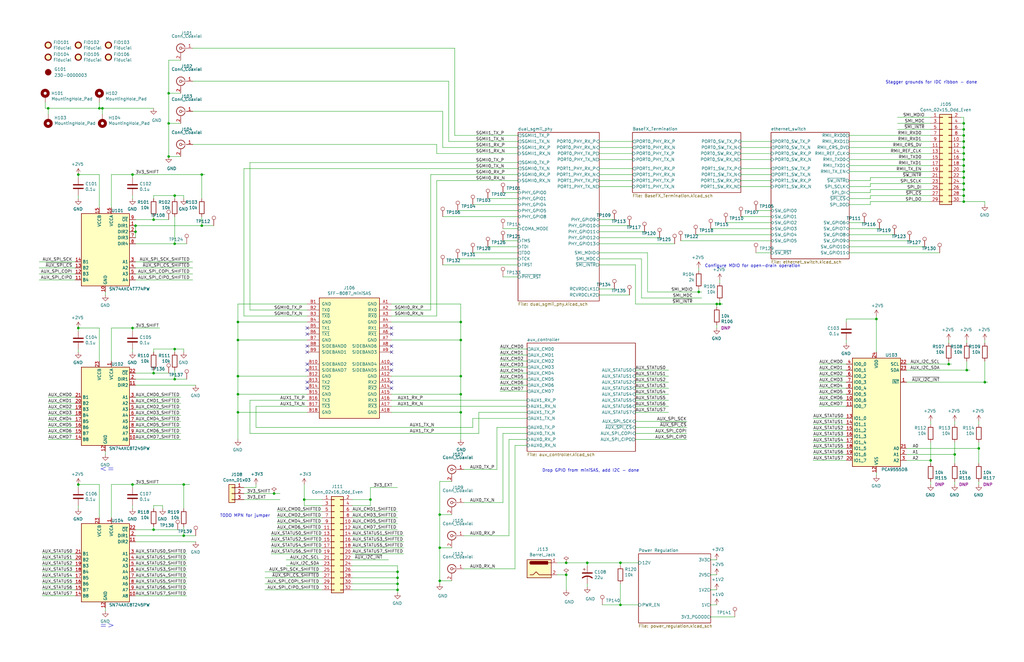
<source format=kicad_sch>
(kicad_sch (version 20230121) (generator eeschema)
  (paper "USLedger")
  (title_block (title "Gimlet Management Network Bringup") (date "2021-02-18") (rev "1") (company "Oxide Computer") (comment 1 "Oxide P/N: 230-0000003"))
  (junction (at 57.15 97.79))
  (junction (at 167.64 248.92))
  (junction (at 261.62 237.49))
  (junction (at 64.77 223.52))
  (junction (at 100.33 135.89))
  (junction (at 57.15 95.25))
  (junction (at 406.4 69.85))
  (junction (at 194.31 143.51))
  (junction (at 185.42 217.17))
  (junction (at 406.4 72.39))
  (junction (at 71.12 52.07))
  (junction (at 167.64 243.84))
  (junction (at 194.31 158.75))
  (junction (at 294.64 123.19))
  (junction (at 55.88 138.43))
  (junction (at 412.75 189.23))
  (junction (at 73.66 160.02))
  (junction (at 64.77 157.48))
  (junction (at 369.57 134.62))
  (junction (at 33.02 73.66))
  (junction (at 194.31 166.37))
  (junction (at 85.09 73.66))
  (junction (at 33.02 138.43))
  (junction (at 73.66 147.32))
  (junction (at 406.4 52.07))
  (junction (at 406.4 80.01))
  (junction (at 406.4 77.47))
  (junction (at 41.91 45.72))
  (junction (at 167.64 246.38))
  (junction (at 71.12 39.37))
  (junction (at 20.32 45.72))
  (junction (at 43.18 45.72))
  (junction (at 128.27 210.82))
  (junction (at 100.33 143.51))
  (junction (at 406.4 62.23))
  (junction (at 402.59 191.77))
  (junction (at 392.43 194.31))
  (junction (at 73.66 82.55))
  (junction (at 406.4 82.55))
  (junction (at 194.31 173.99))
  (junction (at 406.4 59.69))
  (junction (at 156.21 210.82))
  (junction (at 167.64 241.3))
  (junction (at 406.4 54.61))
  (junction (at 55.88 204.47))
  (junction (at 406.4 85.09))
  (junction (at 55.88 73.66))
  (junction (at 406.4 67.31))
  (junction (at 238.76 242.57))
  (junction (at 100.33 166.37))
  (junction (at 64.77 92.71))
  (junction (at 415.29 161.29))
  (junction (at 115.57 208.28))
  (junction (at 406.4 57.15))
  (junction (at 400.05 153.67))
  (junction (at 406.4 74.93))
  (junction (at 71.12 66.04))
  (junction (at 100.33 158.75))
  (junction (at 261.62 255.27))
  (junction (at 77.47 226.06))
  (junction (at 77.47 204.47))
  (junction (at 407.67 156.21))
  (junction (at 303.53 128.27))
  (junction (at 238.76 237.49))
  (junction (at 185.42 231.14))
  (junction (at 33.02 204.47))
  (junction (at 100.33 173.99))
  (junction (at 194.31 135.89))
  (junction (at 406.4 64.77))
  (junction (at 302.26 128.27))
  (junction (at 73.66 102.87))
  (junction (at 85.09 95.25))
  (junction (at 247.65 237.49))
  (junction (at 185.42 245.11))
  (no_connect (at 165.1 156.21))
  (no_connect (at 129.54 138.43))
  (no_connect (at 165.1 163.83))
  (no_connect (at 165.1 148.59))
  (no_connect (at 129.54 161.29))
  (no_connect (at 129.54 146.05))
  (no_connect (at 165.1 138.43))
  (no_connect (at 129.54 153.67))
  (no_connect (at 165.1 146.05))
  (no_connect (at 129.54 148.59))
  (no_connect (at 129.54 163.83))
  (no_connect (at 129.54 156.21))
  (no_connect (at 129.54 140.97))
  (no_connect (at 165.1 161.29))
  (no_connect (at 165.1 140.97))
  (no_connect (at 165.1 153.67))
  (wire (pts (xy 57.15 113.03) (xy 81.28 113.03)))
  (wire (pts (xy 111.76 246.38) (xy 135.89 246.38)))
  (wire (pts (xy 392.43 179.07) (xy 392.43 177.8)))
  (wire (pts (xy 217.17 187.96) (xy 222.25 187.96)))
  (wire (pts (xy 234.95 237.49) (xy 238.76 237.49)))
  (wire (pts (xy 406.4 49.53) (xy 406.4 52.07)))
  (wire (pts (xy 85.09 95.25) (xy 85.09 91.44)))
  (wire (pts (xy 148.59 215.9) (xy 167.64 215.9)))
  (wire (pts (xy 210.82 152.4) (xy 222.25 152.4)))
  (wire (pts (xy 57.15 238.76) (xy 78.74 238.76)))
  (wire (pts (xy 129.54 135.89) (xy 100.33 135.89)))
  (wire (pts (xy 148.59 233.68) (xy 170.18 233.68)))
  (wire (pts (xy 303.53 128.27) (xy 304.8 128.27)))
  (wire (pts (xy 57.15 248.92) (xy 78.74 248.92)))
  (wire (pts (xy 345.44 161.29) (xy 356.87 161.29)))
  (wire (pts (xy 345.44 158.75) (xy 356.87 158.75)))
  (wire (pts (xy 406.4 62.23) (xy 406.4 64.77)))
  (wire (pts (xy 135.89 236.22) (xy 120.65 236.22)))
  (wire (pts (xy 294.64 123.19) (xy 295.91 123.19)))
  (wire (pts (xy 105.41 130.81) (xy 129.54 130.81)))
  (wire (pts (xy 312.42 76.2) (xy 325.12 76.2)))
  (wire (pts (xy 73.66 91.44) (xy 73.66 102.87)))
  (wire (pts (xy 342.9 194.31) (xy 356.87 194.31)))
  (wire (pts (xy 270.51 109.22) (xy 270.51 125.73)))
  (wire (pts (xy 247.65 237.49) (xy 261.62 237.49)))
  (wire (pts (xy 405.13 64.77) (xy 406.4 64.77)))
  (wire (pts (xy 312.42 64.77) (xy 325.12 64.77)))
  (wire (pts (xy 405.13 69.85) (xy 406.4 69.85)))
  (wire (pts (xy 312.42 71.12) (xy 325.12 71.12)))
  (wire (pts (xy 267.97 156.21) (xy 281.94 156.21)))
  (wire (pts (xy 214.63 226.06) (xy 214.63 185.42)))
  (wire (pts (xy 214.63 185.42) (xy 222.25 185.42)))
  (wire (pts (xy 252.73 62.23) (xy 266.7 62.23)))
  (wire (pts (xy 309.88 260.35) (xy 299.72 260.35)))
  (wire (pts (xy 111.76 248.92) (xy 135.89 248.92)))
  (wire (pts (xy 194.31 143.51) (xy 194.31 135.89)))
  (wire (pts (xy 369.57 134.62) (xy 369.57 133.35)))
  (wire (pts (xy 190.5 217.17) (xy 185.42 217.17)))
  (wire (pts (xy 218.44 64.77) (xy 184.15 64.77)))
  (wire (pts (xy 57.15 185.42) (xy 76.2 185.42)))
  (wire (pts (xy 402.59 179.07) (xy 402.59 177.8)))
  (wire (pts (xy 17.78 236.22) (xy 31.75 236.22)))
  (wire (pts (xy 406.4 57.15) (xy 406.4 59.69)))
  (wire (pts (xy 148.59 236.22) (xy 163.83 236.22)))
  (wire (pts (xy 43.18 48.26) (xy 43.18 45.72)))
  (wire (pts (xy 412.75 195.58) (xy 412.75 189.23)))
  (wire (pts (xy 148.59 220.98) (xy 167.64 220.98)))
  (wire (pts (xy 156.21 210.82) (xy 148.59 210.82)))
  (wire (pts (xy 252.73 121.92) (xy 259.08 121.92)))
  (wire (pts (xy 406.4 77.47) (xy 406.4 80.01)))
  (wire (pts (xy 41.91 45.72) (xy 20.32 45.72)))
  (wire (pts (xy 73.66 148.59) (xy 73.66 147.32)))
  (wire (pts (xy 191.77 57.15) (xy 191.77 20.32)))
  (wire (pts (xy 100.33 158.75) (xy 129.54 158.75)))
  (wire (pts (xy 406.4 57.15) (xy 405.13 57.15)))
  (wire (pts (xy 20.32 167.64) (xy 31.75 167.64)))
  (wire (pts (xy 247.65 238.76) (xy 247.65 237.49)))
  (wire (pts (xy 238.76 242.57) (xy 238.76 248.92)))
  (wire (pts (xy 412.75 189.23) (xy 382.27 189.23)))
  (wire (pts (xy 415.29 152.4) (xy 415.29 161.29)))
  (wire (pts (xy 100.33 128.27) (xy 100.33 135.89)))
  (wire (pts (xy 205.74 83.82) (xy 218.44 83.82)))
  (wire (pts (xy 57.15 172.72) (xy 76.2 172.72)))
  (wire (pts (xy 199.39 106.68) (xy 218.44 106.68)))
  (wire (pts (xy 20.32 170.18) (xy 31.75 170.18)))
  (wire (pts (xy 377.19 99.06) (xy 358.14 99.06)))
  (wire (pts (xy 267.97 158.75) (xy 281.94 158.75)))
  (wire (pts (xy 20.32 172.72) (xy 31.75 172.72)))
  (wire (pts (xy 57.15 226.06) (xy 77.47 226.06)))
  (wire (pts (xy 55.88 205.74) (xy 55.88 204.47)))
  (wire (pts (xy 392.43 54.61) (xy 378.46 54.61)))
  (wire (pts (xy 57.15 233.68) (xy 78.74 233.68)))
  (wire (pts (xy 369.57 200.66) (xy 369.57 199.39)))
  (wire (pts (xy 325.12 106.68) (xy 318.77 106.68)))
  (wire (pts (xy 16.51 118.11) (xy 31.75 118.11)))
  (wire (pts (xy 195.58 212.09) (xy 212.09 212.09)))
  (wire (pts (xy 405.13 67.31) (xy 406.4 67.31)))
  (wire (pts (xy 102.87 133.35) (xy 129.54 133.35)))
  (wire (pts (xy 396.24 106.68) (xy 358.14 106.68)))
  (wire (pts (xy 102.87 208.28) (xy 115.57 208.28)))
  (wire (pts (xy 57.15 95.25) (xy 85.09 95.25)))
  (wire (pts (xy 210.82 160.02) (xy 222.25 160.02)))
  (wire (pts (xy 265.43 124.46) (xy 252.73 124.46)))
  (wire (pts (xy 406.4 80.01) (xy 406.4 82.55)))
  (wire (pts (xy 31.75 115.57) (xy 16.51 115.57)))
  (wire (pts (xy 100.33 173.99) (xy 100.33 166.37)))
  (wire (pts (xy 342.9 181.61) (xy 356.87 181.61)))
  (wire (pts (xy 299.72 255.27) (xy 302.26 255.27)))
  (wire (pts (xy 382.27 156.21) (xy 407.67 156.21)))
  (wire (pts (xy 64.77 148.59) (xy 64.77 147.32)))
  (wire (pts (xy 194.31 158.75) (xy 165.1 158.75)))
  (wire (pts (xy 345.44 171.45) (xy 356.87 171.45)))
  (wire (pts (xy 186.69 91.44) (xy 218.44 91.44)))
  (wire (pts (xy 261.62 238.76) (xy 261.62 237.49)))
  (wire (pts (xy 64.77 147.32) (xy 73.66 147.32)))
  (wire (pts (xy 116.84 218.44) (xy 135.89 218.44)))
  (wire (pts (xy 406.4 74.93) (xy 406.4 77.47)))
  (wire (pts (xy 299.72 96.52) (xy 325.12 96.52)))
  (wire (pts (xy 294.64 121.92) (xy 294.64 123.19)))
  (wire (pts (xy 190.5 203.2) (xy 185.42 203.2)))
  (wire (pts (xy 302.26 128.27) (xy 302.26 129.54)))
  (wire (pts (xy 302.26 138.43) (xy 302.26 137.16)))
  (wire (pts (xy 107.95 180.34) (xy 107.95 171.45)))
  (wire (pts (xy 148.59 241.3) (xy 167.64 241.3)))
  (wire (pts (xy 20.32 177.8) (xy 31.75 177.8)))
  (wire (pts (xy 412.75 186.69) (xy 412.75 189.23)))
  (wire (pts (xy 55.88 138.43) (xy 67.31 138.43)))
  (wire (pts (xy 81.28 46.99) (xy 186.69 46.99)))
  (wire (pts (xy 156.21 213.36) (xy 156.21 210.82)))
  (wire (pts (xy 392.43 186.69) (xy 392.43 194.31)))
  (wire (pts (xy 312.42 73.66) (xy 325.12 73.66)))
  (wire (pts (xy 392.43 77.47) (xy 367.03 77.47)))
  (wire (pts (xy 185.42 217.17) (xy 185.42 231.14)))
  (wire (pts (xy 111.76 241.3) (xy 135.89 241.3)))
  (wire (pts (xy 55.88 214.63) (xy 55.88 213.36)))
  (wire (pts (xy 100.33 135.89) (xy 100.33 143.51)))
  (wire (pts (xy 57.15 102.87) (xy 73.66 102.87)))
  (wire (pts (xy 218.44 68.58) (xy 105.41 68.58)))
  (wire (pts (xy 210.82 149.86) (xy 222.25 149.86)))
  (wire (pts (xy 73.66 147.32) (xy 77.47 147.32)))
  (wire (pts (xy 77.47 82.55) (xy 77.47 83.82)))
  (wire (pts (xy 358.14 64.77) (xy 392.43 64.77)))
  (wire (pts (xy 44.45 124.46) (xy 44.45 123.19)))
  (wire (pts (xy 148.59 238.76) (xy 167.64 238.76)))
  (wire (pts (xy 57.15 118.11) (xy 81.28 118.11)))
  (wire (pts (xy 345.44 166.37) (xy 356.87 166.37)))
  (wire (pts (xy 57.15 162.56) (xy 82.55 162.56)))
  (wire (pts (xy 33.02 148.59) (xy 33.02 147.32)))
  (wire (pts (xy 405.13 62.23) (xy 406.4 62.23)))
  (wire (pts (xy 105.41 182.88) (xy 201.93 182.88)))
  (wire (pts (xy 148.59 243.84) (xy 167.64 243.84)))
  (wire (pts (xy 303.53 119.38) (xy 303.53 118.11)))
  (wire (pts (xy 68.58 213.36) (xy 68.58 214.63)))
  (wire (pts (xy 73.66 160.02) (xy 78.74 160.02)))
  (wire (pts (xy 294.64 114.3) (xy 294.64 113.03)))
  (wire (pts (xy 76.2 25.4) (xy 71.12 25.4)))
  (wire (pts (xy 190.5 245.11) (xy 185.42 245.11)))
  (wire (pts (xy 41.91 45.72) (xy 43.18 45.72)))
  (wire (pts (xy 46.99 204.47) (xy 46.99 218.44)))
  (wire (pts (xy 406.4 72.39) (xy 405.13 72.39)))
  (wire (pts (xy 342.9 179.07) (xy 356.87 179.07)))
  (wire (pts (xy 345.44 163.83) (xy 356.87 163.83)))
  (wire (pts (xy 261.62 246.38) (xy 261.62 255.27)))
  (wire (pts (xy 57.15 223.52) (xy 64.77 223.52)))
  (wire (pts (xy 345.44 168.91) (xy 356.87 168.91)))
  (wire (pts (xy 55.88 74.93) (xy 55.88 73.66)))
  (wire (pts (xy 412.75 179.07) (xy 412.75 177.8)))
  (wire (pts (xy 209.55 198.12) (xy 209.55 180.34)))
  (wire (pts (xy 20.32 175.26) (xy 31.75 175.26)))
  (wire (pts (xy 194.31 185.42) (xy 194.31 173.99)))
  (wire (pts (xy 407.67 156.21) (xy 408.94 156.21)))
  (wire (pts (xy 267.97 161.29) (xy 281.94 161.29)))
  (wire (pts (xy 17.78 246.38) (xy 31.75 246.38)))
  (wire (pts (xy 406.4 52.07) (xy 405.13 52.07)))
  (wire (pts (xy 33.02 214.63) (xy 33.02 213.36)))
  (wire (pts (xy 369.57 134.62) (xy 369.57 148.59)))
  (wire (pts (xy 71.12 52.07) (xy 71.12 66.04)))
  (wire (pts (xy 57.15 175.26) (xy 76.2 175.26)))
  (wire (pts (xy 165.1 133.35) (xy 184.15 133.35)))
  (wire (pts (xy 167.64 248.92) (xy 167.64 250.19)))
  (wire (pts (xy 392.43 82.55) (xy 367.03 82.55)))
  (wire (pts (xy 114.3 228.6) (xy 135.89 228.6)))
  (wire (pts (xy 41.91 204.47) (xy 33.02 204.47)))
  (wire (pts (xy 20.32 180.34) (xy 31.75 180.34)))
  (wire (pts (xy 367.03 82.55) (xy 367.03 83.82)))
  (wire (pts (xy 392.43 204.47) (xy 392.43 203.2)))
  (wire (pts (xy 73.66 102.87) (xy 78.74 102.87)))
  (wire (pts (xy 247.65 247.65) (xy 247.65 246.38)))
  (wire (pts (xy 367.03 81.28) (xy 358.14 81.28)))
  (wire (pts (xy 252.73 92.71) (xy 259.08 92.71)))
  (wire (pts (xy 19.05 45.72) (xy 19.05 43.18)))
  (wire (pts (xy 210.82 157.48) (xy 222.25 157.48)))
  (wire (pts (xy 210.82 165.1) (xy 222.25 165.1)))
  (wire (pts (xy 367.03 86.36) (xy 358.14 86.36)))
  (wire (pts (xy 406.4 82.55) (xy 406.4 85.09)))
  (wire (pts (xy 267.97 173.99) (xy 281.94 173.99)))
  (wire (pts (xy 210.82 154.94) (xy 222.25 154.94)))
  (wire (pts (xy 312.42 78.74) (xy 325.12 78.74)))
  (wire (pts (xy 194.31 158.75) (xy 194.31 143.51)))
  (wire (pts (xy 55.88 73.66) (xy 85.09 73.66)))
  (wire (pts (xy 64.77 92.71) (xy 64.77 91.44)))
  (wire (pts (xy 356.87 144.78) (xy 356.87 143.51)))
  (wire (pts (xy 185.42 203.2) (xy 185.42 217.17)))
  (wire (pts (xy 405.13 80.01) (xy 406.4 80.01)))
  (wire (pts (xy 312.42 59.69) (xy 325.12 59.69)))
  (wire (pts (xy 299.72 242.57) (xy 302.26 242.57)))
  (wire (pts (xy 135.89 213.36) (xy 128.27 213.36)))
  (wire (pts (xy 107.95 205.74) (xy 107.95 204.47)))
  (wire (pts (xy 57.15 110.49) (xy 81.28 110.49)))
  (wire (pts (xy 57.15 92.71) (xy 64.77 92.71)))
  (wire (pts (xy 358.14 67.31) (xy 392.43 67.31)))
  (wire (pts (xy 267.97 128.27) (xy 302.26 128.27)))
  (wire (pts (xy 120.65 238.76) (xy 135.89 238.76)))
  (wire (pts (xy 17.78 238.76) (xy 31.75 238.76)))
  (wire (pts (xy 415.29 144.78) (xy 415.29 143.51)))
  (wire (pts (xy 406.4 67.31) (xy 406.4 69.85)))
  (wire (pts (xy 55.88 83.82) (xy 55.88 82.55)))
  (wire (pts (xy 57.15 251.46) (xy 78.74 251.46)))
  (wire (pts (xy 44.45 191.77) (xy 44.45 190.5)))
  (wire (pts (xy 128.27 204.47) (xy 128.27 210.82)))
  (wire (pts (xy 415.29 161.29) (xy 416.56 161.29)))
  (wire (pts (xy 405.13 85.09) (xy 406.4 85.09)))
  (wire (pts (xy 342.9 189.23) (xy 356.87 189.23)))
  (wire (pts (xy 199.39 86.36) (xy 218.44 86.36)))
  (wire (pts (xy 105.41 68.58) (xy 105.41 130.81)))
  (wire (pts (xy 46.99 73.66) (xy 55.88 73.66)))
  (wire (pts (xy 64.77 82.55) (xy 73.66 82.55)))
  (wire (pts (xy 57.15 115.57) (xy 81.28 115.57)))
  (wire (pts (xy 302.26 128.27) (xy 303.53 128.27)))
  (wire (pts (xy 20.32 45.72) (xy 19.05 45.72)))
  (wire (pts (xy 77.47 204.47) (xy 80.01 204.47)))
  (wire (pts (xy 342.9 191.77) (xy 356.87 191.77)))
  (wire (pts (xy 367.03 76.2) (xy 358.14 76.2)))
  (wire (pts (xy 64.77 214.63) (xy 64.77 213.36)))
  (wire (pts (xy 64.77 223.52) (xy 64.77 222.25)))
  (wire (pts (xy 55.88 204.47) (xy 77.47 204.47)))
  (wire (pts (xy 64.77 213.36) (xy 68.58 213.36)))
  (wire (pts (xy 186.69 62.23) (xy 186.69 46.99)))
  (wire (pts (xy 77.47 226.06) (xy 77.47 222.25)))
  (wire (pts (xy 267.97 166.37) (xy 281.94 166.37)))
  (wire (pts (xy 17.78 243.84) (xy 31.75 243.84)))
  (wire (pts (xy 20.32 48.26) (xy 20.32 45.72)))
  (wire (pts (xy 193.04 109.22) (xy 218.44 109.22)))
  (wire (pts (xy 400.05 144.78) (xy 400.05 143.51)))
  (wire (pts (xy 114.3 233.68) (xy 135.89 233.68)))
  (wire (pts (xy 111.76 243.84) (xy 135.89 243.84)))
  (wire (pts (xy 407.67 144.78) (xy 407.67 143.51)))
  (wire (pts (xy 102.87 210.82) (xy 118.11 210.82)))
  (wire (pts (xy 412.75 204.47) (xy 412.75 203.2)))
  (wire (pts (xy 64.77 83.82) (xy 64.77 82.55)))
  (wire (pts (xy 289.56 182.88) (xy 267.97 182.88)))
  (wire (pts (xy 185.42 231.14) (xy 185.42 245.11)))
  (wire (pts (xy 20.32 185.42) (xy 31.75 185.42)))
  (wire (pts (xy 33.02 83.82) (xy 33.02 82.55)))
  (wire (pts (xy 116.84 220.98) (xy 135.89 220.98)))
  (wire (pts (xy 165.1 171.45) (xy 222.25 171.45)))
  (wire (pts (xy 218.44 59.69) (xy 189.23 59.69)))
  (wire (pts (xy 210.82 162.56) (xy 222.25 162.56)))
  (wire (pts (xy 194.31 135.89) (xy 165.1 135.89)))
  (wire (pts (xy 57.15 177.8) (xy 76.2 177.8)))
  (wire (pts (xy 57.15 182.88) (xy 76.2 182.88)))
  (wire (pts (xy 17.78 233.68) (xy 31.75 233.68)))
  (wire (pts (xy 267.97 168.91) (xy 281.94 168.91)))
  (wire (pts (xy 406.4 59.69) (xy 406.4 62.23)))
  (wire (pts (xy 33.02 139.7) (xy 33.02 138.43)))
  (wire (pts (xy 115.57 208.28) (xy 118.11 208.28)))
  (wire (pts (xy 273.05 123.19) (xy 294.64 123.19)))
  (wire (pts (xy 266.7 71.12) (xy 252.73 71.12)))
  (wire (pts (xy 406.4 54.61) (xy 406.4 57.15)))
  (wire (pts (xy 406.4 72.39) (xy 406.4 74.93)))
  (wire (pts (xy 389.89 104.14) (xy 358.14 104.14)))
  (wire (pts (xy 57.15 243.84) (xy 78.74 243.84)))
  (wire (pts (xy 402.59 204.47) (xy 402.59 203.2)))
  (wire (pts (xy 184.15 76.2) (xy 184.15 133.35)))
  (wire (pts (xy 186.69 62.23) (xy 218.44 62.23)))
  (wire (pts (xy 254 255.27) (xy 261.62 255.27)))
  (wire (pts (xy 76.2 52.07) (xy 71.12 52.07)))
  (wire (pts (xy 342.9 186.69) (xy 356.87 186.69)))
  (wire (pts (xy 73.66 160.02) (xy 73.66 156.21)))
  (wire (pts (xy 148.59 223.52) (xy 167.64 223.52)))
  (wire (pts (xy 76.2 66.04) (xy 71.12 66.04)))
  (wire (pts (xy 266.7 76.2) (xy 252.73 76.2)))
  (wire (pts (xy 303.53 127) (xy 303.53 128.27)))
  (wire (pts (xy 201.93 173.99) (xy 222.25 173.99)))
  (wire (pts (xy 218.44 116.84) (xy 212.09 116.84)))
  (wire (pts (xy 64.77 223.52) (xy 74.93 223.52)))
  (wire (pts (xy 148.59 226.06) (xy 170.18 226.06)))
  (wire (pts (xy 107.95 180.34) (xy 199.39 180.34)))
  (wire (pts (xy 356.87 134.62) (xy 369.57 134.62)))
  (wire (pts (xy 17.78 248.92) (xy 31.75 248.92)))
  (wire (pts (xy 100.33 166.37) (xy 129.54 166.37)))
  (wire (pts (xy 382.27 161.29) (xy 415.29 161.29)))
  (wire (pts (xy 77.47 226.06) (xy 82.55 226.06)))
  (wire (pts (xy 46.99 204.47) (xy 55.88 204.47)))
  (wire (pts (xy 107.95 171.45) (xy 129.54 171.45)))
  (wire (pts (xy 267.97 171.45) (xy 281.94 171.45)))
  (wire (pts (xy 217.17 240.03) (xy 217.17 187.96)))
  (wire (pts (xy 20.32 182.88) (xy 31.75 182.88)))
  (wire (pts (xy 194.31 166.37) (xy 165.1 166.37)))
  (wire (pts (xy 415.29 86.36) (xy 415.29 85.09)))
  (wire (pts (xy 406.4 59.69) (xy 405.13 59.69)))
  (wire (pts (xy 325.12 88.9) (xy 318.77 88.9)))
  (wire (pts (xy 190.5 231.14) (xy 185.42 231.14)))
  (wire (pts (xy 406.4 77.47) (xy 405.13 77.47)))
  (wire (pts (xy 195.58 198.12) (xy 209.55 198.12)))
  (wire (pts (xy 312.42 62.23) (xy 325.12 62.23)))
  (wire (pts (xy 184.15 76.2) (xy 218.44 76.2)))
  (wire (pts (xy 148.59 246.38) (xy 167.64 246.38)))
  (wire (pts (xy 33.02 205.74) (xy 33.02 204.47)))
  (wire (pts (xy 81.28 34.29) (xy 189.23 34.29)))
  (wire (pts (xy 267.97 163.83) (xy 281.94 163.83)))
  (wire (pts (xy 148.59 213.36) (xy 156.21 213.36)))
  (wire (pts (xy 41.91 73.66) (xy 33.02 73.66)))
  (wire (pts (xy 41.91 138.43) (xy 33.02 138.43)))
  (wire (pts (xy 102.87 71.12) (xy 102.87 133.35)))
  (wire (pts (xy 367.03 80.01) (xy 367.03 81.28)))
  (wire (pts (xy 167.64 246.38) (xy 167.64 248.92)))
  (wire (pts (xy 210.82 147.32) (xy 222.25 147.32)))
  (wire (pts (xy 252.73 73.66) (xy 266.7 73.66)))
  (wire (pts (xy 185.42 245.11) (xy 185.42 246.38)))
  (wire (pts (xy 345.44 156.21) (xy 356.87 156.21)))
  (wire (pts (xy 194.31 173.99) (xy 165.1 173.99)))
  (wire (pts (xy 406.4 54.61) (xy 405.13 54.61)))
  (wire (pts (xy 73.66 83.82) (xy 73.66 82.55)))
  (wire (pts (xy 57.15 228.6) (xy 82.55 228.6)))
  (wire (pts (xy 193.04 88.9) (xy 218.44 88.9)))
  (wire (pts (xy 261.62 255.27) (xy 269.24 255.27)))
  (wire (pts (xy 71.12 25.4) (xy 71.12 39.37)))
  (wire (pts (xy 55.88 148.59) (xy 55.88 147.32)))
  (wire (pts (xy 167.64 238.76) (xy 167.64 241.3)))
  (wire (pts (xy 238.76 242.57) (xy 234.95 242.57)))
  (wire (pts (xy 102.87 205.74) (xy 107.95 205.74)))
  (wire (pts (xy 102.87 71.12) (xy 218.44 71.12)))
  (wire (pts (xy 406.4 85.09) (xy 415.29 85.09)))
  (wire (pts (xy 77.47 147.32) (xy 77.47 148.59)))
  (wire (pts (xy 81.28 20.32) (xy 191.77 20.32)))
  (wire (pts (xy 293.37 99.06) (xy 325.12 99.06)))
  (wire (pts (xy 212.09 182.88) (xy 222.25 182.88)))
  (wire (pts (xy 252.73 111.76) (xy 267.97 111.76)))
  (wire (pts (xy 201.93 173.99) (xy 201.93 182.88)))
  (wire (pts (xy 114.3 231.14) (xy 135.89 231.14)))
  (wire (pts (xy 57.15 236.22) (xy 78.74 236.22)))
  (wire (pts (xy 252.73 106.68) (xy 273.05 106.68)))
  (wire (pts (xy 57.15 180.34) (xy 76.2 180.34)))
  (wire (pts (xy 218.44 96.52) (xy 212.09 96.52)))
  (wire (pts (xy 43.18 45.72) (xy 64.77 45.72)))
  (wire (pts (xy 345.44 153.67) (xy 356.87 153.67)))
  (wire (pts (xy 402.59 186.69) (xy 402.59 191.77)))
  (wire (pts (xy 402.59 195.58) (xy 402.59 191.77)))
  (wire (pts (xy 392.43 74.93) (xy 367.03 74.93)))
  (wire (pts (xy 209.55 180.34) (xy 222.25 180.34)))
  (wire (pts (xy 273.05 106.68) (xy 273.05 123.19)))
  (wire (pts (xy 57.15 241.3) (xy 78.74 241.3)))
  (wire (pts (xy 128.27 210.82) (xy 135.89 210.82)))
  (wire (pts (xy 402.59 191.77) (xy 382.27 191.77)))
  (wire (pts (xy 191.77 57.15) (xy 218.44 57.15)))
  (wire (pts (xy 16.51 113.03) (xy 31.75 113.03)))
  (wire (pts (xy 167.64 243.84) (xy 167.64 246.38)))
  (wire (pts (xy 312.42 91.44) (xy 325.12 91.44)))
  (wire (pts (xy 205.74 104.14) (xy 218.44 104.14)))
  (wire (pts (xy 41.91 138.43) (xy 41.91 152.4)))
  (wire (pts (xy 194.31 166.37) (xy 194.31 158.75)))
  (wire (pts (xy 392.43 52.07) (xy 378.46 52.07)))
  (wire (pts (xy 383.54 101.6) (xy 358.14 101.6)))
  (wire (pts (xy 46.99 73.66) (xy 46.99 87.63)))
  (wire (pts (xy 392.43 194.31) (xy 382.27 194.31)))
  (wire (pts (xy 295.91 125.73) (xy 270.51 125.73)))
  (wire (pts (xy 57.15 170.18) (xy 76.2 170.18)))
  (wire (pts (xy 73.66 82.55) (xy 77.47 82.55)))
  (wire (pts (xy 392.43 49.53) (xy 378.46 49.53)))
  (wire (pts (xy 400.05 153.67) (xy 401.32 153.67)))
  (wire (pts (xy 105.41 168.91) (xy 129.54 168.91)))
  (wire (pts (xy 218.44 81.28) (xy 212.09 81.28)))
  (wire (pts (xy 194.31 135.89) (xy 194.31 128.27)))
  (wire (pts (xy 367.03 83.82) (xy 358.14 83.82)))
  (wire (pts (xy 186.69 111.76) (xy 218.44 111.76)))
  (wire (pts (xy 85.09 95.25) (xy 90.17 95.25)))
  (wire (pts (xy 55.88 139.7) (xy 55.88 138.43)))
  (wire (pts (xy 148.59 231.14) (xy 170.18 231.14)))
  (wire (pts (xy 85.09 73.66) (xy 86.36 73.66)))
  (wire (pts (xy 77.47 214.63) (xy 77.47 204.47)))
  (wire (pts (xy 100.33 185.42) (xy 100.33 173.99)))
  (wire (pts (xy 278.13 100.33) (xy 252.73 100.33)))
  (wire (pts (xy 57.15 160.02) (xy 73.66 160.02)))
  (wire (pts (xy 289.56 177.8) (xy 267.97 177.8)))
  (wire (pts (xy 358.14 59.69) (xy 392.43 59.69)))
  (wire (pts (xy 148.59 218.44) (xy 167.64 218.44)))
  (wire (pts (xy 165.1 168.91) (xy 222.25 168.91)))
  (wire (pts (xy 261.62 237.49) (xy 269.24 237.49)))
  (wire (pts (xy 405.13 74.93) (xy 406.4 74.93)))
  (wire (pts (xy 238.76 237.49) (xy 247.65 237.49)))
  (wire (pts (xy 76.2 39.37) (xy 71.12 39.37)))
  (wire (pts (xy 265.43 95.25) (xy 252.73 95.25)))
  (wire (pts (xy 212.09 212.09) (xy 212.09 182.88)))
  (wire (pts (xy 289.56 180.34) (xy 267.97 180.34)))
  (wire (pts (xy 252.73 109.22) (xy 270.51 109.22)))
  (wire (pts (xy 64.77 92.71) (xy 71.12 92.71)))
  (wire (pts (xy 299.72 248.92) (xy 302.26 248.92)))
  (wire (pts (xy 407.67 156.21) (xy 407.67 152.4)))
  (wire (pts (xy 382.27 153.67) (xy 400.05 153.67)))
  (wire (pts (xy 71.12 39.37) (xy 71.12 52.07)))
  (wire (pts (xy 165.1 130.81) (xy 181.61 130.81)))
  (wire (pts (xy 129.54 173.99) (xy 100.33 173.99)))
  (wire (pts (xy 41.91 43.18) (xy 41.91 45.72)))
  (wire (pts (xy 116.84 215.9) (xy 135.89 215.9)))
  (wire (pts (xy 406.4 52.07) (xy 406.4 54.61)))
  (wire (pts (xy 41.91 204.47) (xy 41.91 218.44)))
  (wire (pts (xy 289.56 185.42) (xy 267.97 185.42)))
  (wire (pts (xy 267.97 111.76) (xy 267.97 128.27)))
  (wire (pts (xy 64.77 157.48) (xy 71.12 157.48)))
  (wire (pts (xy 406.4 69.85) (xy 406.4 72.39)))
  (wire (pts (xy 17.78 241.3) (xy 31.75 241.3)))
  (wire (pts (xy 370.84 96.52) (xy 358.14 96.52)))
  (wire (pts (xy 181.61 73.66) (xy 181.61 130.81)))
  (wire (pts (xy 367.03 74.93) (xy 367.03 76.2)))
  (wire (pts (xy 57.15 97.79) (xy 57.15 95.25)))
  (wire (pts (xy 406.4 64.77) (xy 406.4 67.31)))
  (wire (pts (xy 195.58 226.06) (xy 214.63 226.06)))
  (wire (pts (xy 271.78 97.79) (xy 252.73 97.79)))
  (wire (pts (xy 405.13 49.53) (xy 406.4 49.53)))
  (wire (pts (xy 266.7 59.69) (xy 252.73 59.69)))
  (wire (pts (xy 218.44 101.6) (xy 212.09 101.6)))
  (wire (pts (xy 400.05 153.67) (xy 400.05 152.4)))
  (wire (pts (xy 41.91 73.66) (xy 41.91 87.63)))
  (wire (pts (xy 284.48 102.87) (xy 252.73 102.87)))
  (wire (pts (xy 57.15 246.38) (xy 78.74 246.38)))
  (wire (pts (xy 57.15 157.48) (xy 64.77 157.48)))
  (wire (pts (xy 392.43 85.09) (xy 367.03 85.09)))
  (wire (pts (xy 342.9 184.15) (xy 356.87 184.15)))
  (wire (pts (xy 392.43 195.58) (xy 392.43 194.31)))
  (wire (pts (xy 218.44 73.66) (xy 181.61 73.66)))
  (wire (pts (xy 358.14 69.85) (xy 392.43 69.85)))
  (wire (pts (xy 167.64 248.92) (xy 148.59 248.92)))
  (wire (pts (xy 312.42 67.31) (xy 325.12 67.31)))
  (wire (pts (xy 105.41 182.88) (xy 105.41 168.91)))
  (wire (pts (xy 17.78 251.46) (xy 31.75 251.46)))
  (wire (pts (xy 129.54 143.51) (xy 100.33 143.51)))
  (wire (pts (xy 116.84 223.52) (xy 135.89 223.52)))
  (wire (pts (xy 266.7 64.77) (xy 252.73 64.77)))
  (wire (pts (xy 44.45 257.81) (xy 44.45 256.54)))
  (wire (pts (xy 81.28 60.96) (xy 184.15 60.96)))
  (wire (pts (xy 367.03 77.47) (xy 367.03 78.74)))
  (wire (pts (xy 128.27 213.36) (xy 128.27 210.82)))
  (wire (pts (xy 100.33 143.51) (xy 100.33 158.75)))
  (wire (pts (xy 31.75 110.49) (xy 16.51 110.49)))
  (wire (pts (xy 252.73 67.31) (xy 266.7 67.31)))
  (wire (pts (xy 57.15 100.33) (xy 57.15 97.79)))
  (wire (pts (xy 156.21 210.82) (xy 156.21 205.74)))
  (wire (pts (xy 85.09 83.82) (xy 85.09 73.66)))
  (wire (pts (xy 392.43 80.01) (xy 367.03 80.01)))
  (wire (pts (xy 46.99 138.43) (xy 55.88 138.43)))
  (wire (pts (xy 222.25 176.53) (xy 199.39 176.53)))
  (wire (pts (xy 148.59 228.6) (xy 170.18 228.6)))
  (wire (pts (xy 194.31 143.51) (xy 165.1 143.51)))
  (wire (pts (xy 184.15 64.77) (xy 184.15 60.96)))
  (wire (pts (xy 114.3 226.06) (xy 135.89 226.06)))
  (wire (pts (xy 33.02 74.93) (xy 33.02 73.66)))
  (wire (pts (xy 195.58 240.03) (xy 217.17 240.03)))
  (wire (pts (xy 356.87 135.89) (xy 356.87 134.62)))
  (wire (pts (xy 129.54 128.27) (xy 100.33 128.27)))
  (wire (pts (xy 194.31 173.99) (xy 194.31 166.37)))
  (wire (pts (xy 358.14 72.39) (xy 392.43 72.39)))
  (wire (pts (xy 358.14 57.15) (xy 392.43 57.15)))
  (wire (pts (xy 342.9 176.53) (xy 356.87 176.53)))
  (wire (pts (xy 252.73 78.74) (xy 266.7 78.74)))
  (wire (pts (xy 358.14 62.23) (xy 392.43 62.23)))
  (wire (pts (xy 367.03 78.74) (xy 358.14 78.74)))
  (wire (pts (xy 299.72 236.22) (xy 302.26 236.22)))
  (wire (pts (xy 306.07 93.98) (xy 325.12 93.98)))
  (wire (pts (xy 167.64 241.3) (xy 167.64 243.84)))
  (wire (pts (xy 405.13 82.55) (xy 406.4 82.55)))
  (wire (pts (xy 156.21 205.74) (xy 167.64 205.74)))
  (wire (pts (xy 199.39 176.53) (xy 199.39 180.34)))
  (wire (pts (xy 189.23 59.69) (xy 189.23 34.29)))
  (wire (pts (xy 100.33 166.37) (xy 100.33 158.75)))
  (wire (pts (xy 57.15 167.64) (xy 76.2 167.64)))
  (wire (pts (xy 367.03 85.09) (xy 367.03 86.36)))
  (wire (pts (xy 64.77 157.48) (xy 64.77 156.21)))
  (wire (pts (xy 194.31 128.27) (xy 165.1 128.27)))
  (wire (pts (xy 46.99 138.43) (xy 46.99 152.4)))
  (wire (pts (xy 287.02 101.6) (xy 325.12 101.6)))
  (wire (pts (xy 358.14 93.98) (xy 364.49 93.98)))
  (text "=>" (at 41.91 265.43 0) (effects (font (size 2.54 2.54)) (justify left bottom)))
  (text "TODO MPN for jumper" (at 92.71 218.44 0) (effects (font (size 1.27 1.27)) (justify left bottom)))
  (text "Configure MDIO for open-drain operation" (at 297.18 113.03 0) (effects (font (size 1.27 1.27)) (justify left bottom)))
  (text "Drop GPIO from miniSAS, add I2C - done" (at 228.6 199.39 0) (effects (font (size 1.27 1.27)) (justify left bottom)))
  (text "<=" (at 41.91 199.39 0) (effects (font (size 2.54 2.54)) (justify left bottom)))
  (text "Stagger grounds for IDC ribbon - done" (at 373.38 35.56 0) (effects (font (size 1.27 1.27)) (justify left bottom)))
  (label "SMI_MDIO" (at 292.1 123.19 180))
  (label "AUX_I2C_SCL" (at 396.24 153.67 180))
  (label "~{SMI_INTR}" (at 292.1 128.27 180))
  (label "AUX_CMD7_SHIFTED" (at 57.15 185.42 0))
  (label "AUX_STATUS2" (at 267.97 161.29 0))
  (label "AUX1_RX_N" (at 167.64 171.45 0))
  (label "SMI_MDIO" (at 389.89 49.53 180))
  (label "SGMII0_RX_N" (at 200.66 76.2 0))
  (label "AUX_STATUS3_SHIFTED" (at 148.59 228.6 0))
  (label "AUX_SPI_SCK_SHIFTED" (at 80.01 110.49 180))
  (label "AUX_SPI_CIPO" (at 289.56 185.42 180))
  (label "AUX_STATUS3" (at 267.97 163.83 0))
  (label "AUX_STATUS1_SHIFTED" (at 148.59 226.06 0))
  (label "AUX_CMD1" (at 210.82 149.86 0))
  (label "AUX_STATUS5" (at 267.97 168.91 0))
  (label "AUX_CMD0" (at 20.32 167.64 0))
  (label "AUX_SPI_CIPO_SHIFTED" (at 80.01 118.11 180))
  (label "AUX_CMD5" (at 345.44 166.37 0))
  (label "AUX_STATUS4" (at 17.78 243.84 0))
  (label "AUX_STATUS4_SHIFTED" (at 114.3 231.14 0))
  (label "SPI_SCLK" (at 388.62 77.47 180))
  (label "AUX_STATUS3_SHIFTED" (at 57.15 241.3 0))
  (label "AUX_CMD7" (at 345.44 171.45 0))
  (label "AUX_CMD6" (at 20.32 182.88 0))
  (label "AUX_CMD1_SHIFTED" (at 57.15 170.18 0))
  (label "AUX_CMD1" (at 345.44 156.21 0))
  (label "AUX_CMD0" (at 210.82 147.32 0))
  (label "AUX_CMD5" (at 20.32 180.34 0))
  (label "AUX_STATUS4" (at 267.97 166.37 0))
  (label "AUX_CMD6" (at 210.82 162.56 0))
  (label "AUX_STATUS5" (at 342.9 189.23 0))
  (label "AUX_SPI_COPI" (at 30.48 115.57 180))
  (label "AUX_CMD7" (at 210.82 165.1 0))
  (label "SGMII1_RX_N" (at 200.66 64.77 0))
  (label "AUX_STATUS1" (at 17.78 236.22 0))
  (label "RMII_REF_CLK" (at 388.62 64.77 180))
  (label "AUX_STATUS0" (at 17.78 233.68 0))
  (label "A1" (at 384.81 191.77 0))
  (label "AUX_STATUS0_SHIFTED" (at 57.15 233.68 0))
  (label "RMII_TXD0" (at 388.62 67.31 180))
  (label "AUX_STATUS0_SHIFTED" (at 114.3 226.06 0))
  (label "AUX_CMD0" (at 345.44 153.67 0))
  (label "~{AUX_SPI_CS_SHIFTED}" (at 80.01 113.03 180))
  (label "AUX_STATUS4_SHIFTED" (at 57.15 243.84 0))
  (label "3V3_SHIFT" (at 57.15 138.43 0))
  (label "AUX_SPI_COPI" (at 289.56 182.88 180))
  (label "AUX_STATUS6_SHIFTED" (at 57.15 248.92 0))
  (label "AUX_SPI_SCK_SHIFTED" (at 134.62 241.3 180))
  (label "AUX_CMD3_SHIFTED" (at 148.59 218.44 0))
  (label "AUX_STATUS7" (at 17.78 251.46 0))
  (label "AUX_CMD4" (at 210.82 157.48 0))
  (label "AUX_STATUS2_SHIFTED" (at 114.3 228.6 0))
  (label "AUX_SPI_SCK" (at 30.48 110.49 180))
  (label "AUX_CMD2" (at 20.32 172.72 0))
  (label "AUX_STATUS3" (at 342.9 184.15 0))
  (label "AUX_STATUS7" (at 342.9 194.31 0))
  (label "AUX_CMD2" (at 345.44 158.75 0))
  (label "A0" (at 384.81 189.23 0))
  (label "SGMII0_TX_N" (at 115.57 133.35 0))
  (label "SGMII1_TX_N" (at 200.66 59.69 0))
  (label "AUX_CMD7_SHIFTED" (at 148.59 223.52 0))
  (label "AUX_CMD6" (at 345.44 168.91 0))
  (label "AUX_STATUS6" (at 17.78 248.92 0))
  (label "AUX1_TX_P" (at 118.11 168.91 0))
  (label "3V3_EXT" (at 157.48 205.74 0))
  (label "SGMII0_TX_P" (at 115.57 130.81 0))
  (label "AUX_CMD7" (at 20.32 185.42 0))
  (label "~{AUX_I2C_INT}" (at 396.24 161.29 180))
  (label "A2" (at 384.81 194.31 0))
  (label "RMII_CRS_DV" (at 388.62 62.23 180))
  (label "AUX_STATUS2" (at 342.9 181.61 0))
  (label "AUX_I2C_SDA" (at 396.24 156.21 180))
  (label "RMII_TXD1" (at 388.62 69.85 180))
  (label "SMI_MDC" (at 389.89 52.07 180))
  (label "AUX_SPI_SCK" (at 289.56 177.8 180))
  (label "AUX_CMD5_SHIFTED" (at 148.59 220.98 0))
  (label "SPI_DO" (at 388.62 85.09 180))
  (label "AUX_CMD4_SHIFTED" (at 116.84 220.98 0))
  (label "AUX_CMD0_SHIFTED" (at 57.15 167.64 0))
  (label "AUX_STATUS3" (at 17.78 241.3 0))
  (label "SPI_DI" (at 388.62 80.01 180))
  (label "AUX_CMD4_SHIFTED" (at 57.15 177.8 0))
  (label "AUX1_TX_P" (at 172.72 182.88 0))
  (label "AUX_STATUS5_SHIFTED" (at 148.59 231.14 0))
  (label "AUX1_RX_P" (at 167.64 168.91 0))
  (label "AUX_SPI_COPI_SHIFTED" (at 80.01 115.57 180))
  (label "AUX_CMD3" (at 345.44 161.29 0))
  (label "AUX_CMD5_SHIFTED" (at 57.15 180.34 0))
  (label "AUX1_TX_N" (at 172.72 180.34 0))
  (label "3V3_SHIFT" (at 104.14 208.28 0))
  (label "AUX_I2C_SCL" (at 134.62 236.22 180))
  (label "AUX_CMD2_SHIFTED" (at 116.84 218.44 0))
  (label "~{AUX_SPI_CS_SHIFTED}" (at 134.62 243.84 180))
  (label "AUX_STATUS7_SHIFTED" (at 148.59 233.68 0))
  (label "AUX_CMD2_SHIFTED" (at 57.15 172.72 0))
  (label "AUX_STATUS5_SHIFTED" (at 57.15 246.38 0))
  (label "RMII_RXD0" (at 388.62 57.15 180))
  (label "AUX_STATUS6" (at 267.97 171.45 0))
  (label "AUX_STATUS6" (at 342.9 191.77 0))
  (label "AUX_CMD6_SHIFTED" (at 57.15 182.88 0))
  (label "AUX_STATUS6_SHIFTED" (at 114.3 233.68 0))
  (label "AUX0_RX_P" (at 198.12 226.06 0))
  (label "SGMII0_TX_N" (at 200.66 71.12 0))
  (label "AUX_CMD1" (at 20.32 170.18 0))
  (label "3V3_SHIFT" (at 57.15 73.66 0))
  (label "AUX_STATUS7_SHIFTED" (at 57.15 251.46 0))
  (label "~{AUX_I2C_INT}" (at 161.29 236.22 180))
  (label "AUX_CMD2" (at 210.82 152.4 0))
  (label "AUX_CMD3_SHIFTED" (at 57.15 175.26 0))
  (label "AUX_STATUS0" (at 342.9 176.53 0))
  (label "AUX_CMD1_SHIFTED" (at 148.59 215.9 0))
  (label "AUX_CMD3" (at 20.32 175.26 0))
  (label "AUX_SPI_COPI_SHIFTED" (at 134.62 246.38 180))
  (label "SGMII0_RX_N" (at 166.37 133.35 0))
  (label "AUX_I2C_SDA" (at 134.62 238.76 180))
  (label "AUX_SPI_CIPO" (at 30.48 118.11 180))
  (label "AUX_CMD6_SHIFTED" (at 116.84 223.52 0))
  (label "AUX_STATUS1" (at 267.97 158.75 0))
  (label "AUX_STATUS2_SHIFTED" (at 57.15 238.76 0))
  (label "3V3_EXT" (at 104.14 210.82 0))
  (label "AUX1_TX_N" (at 118.11 171.45 0))
  (label "~{AUX_SPI_CS}" (at 30.48 113.03 180))
  (label "AUX_STATUS1_SHIFTED" (at 57.15 236.22 0))
  (label "AUX0_RX_N" (at 198.12 240.03 0))
  (label "SGMII0_TX_P" (at 200.66 68.58 0))
  (label "SMI_MDC" (at 292.1 125.73 180))
  (label "AUX_CMD4" (at 345.44 163.83 0))
  (label "RMII_RXD1" (at 388.62 59.69 180))
  (label "3V3_SHIFT" (at 57.15 204.47 0))
  (label "AUX_STATUS1" (at 342.9 179.07 0))
  (label "AUX_STATUS0" (at 267.97 156.21 0))
  (label "AUX_CMD5" (at 210.82 160.02 0))
  (label "AUX_CMD3" (at 210.82 154.94 0))
  (label "AUX_SPI_CIPO_SHIFTED" (at 134.62 248.92 180))
  (label "RMII_TX_EN" (at 388.62 72.39 180))
  (label "~{SMI_INTR}" (at 389.89 54.61 180))
  (label "SGMII1_TX_P" (at 200.66 57.15 0))
  (label "AUX_STATUS5" (at 17.78 246.38 0))
  (label "SGMII0_RX_P" (at 166.37 130.81 0))
  (label "SGMII0_RX_P" (at 200.66 73.66 0))
  (label "AUX_STATUS7" (at 267.97 173.99 0))
  (label "AUX_STATUS2" (at 17.78 238.76 0))
  (label "AUX0_TX_N" (at 198.12 212.09 0))
  (label "~{SPI_CS}" (at 388.62 82.55 180))
  (label "AUX_STATUS4" (at 342.9 186.69 0))
  (label "AUX_CMD0_SHIFTED" (at 116.84 215.9 0))
  (label "~{AUX_SPI_CS}" (at 289.56 180.34 180))
  (label "SGMII1_RX_P" (at 200.66 62.23 0))
  (label "AUX0_TX_P" (at 198.12 198.12 0))
  (label "AUX_CMD4" (at 20.32 177.8 0))
  (label "~{SW_INTR}" (at 388.62 74.93 180))
  (symbol (lib_id "gimlet-mgmt-bringup-rescue:Conn_Coaxial-Connector") (at 76.2 46.99 0) (mirror y) (unit 1)
    (property "Reference" "J103" (at 78.74 40.64 0))
    (property "Value" "Conn_Coaxial" (at 78.74 41.91 0))
    (property "Footprint" "Connector_Coaxial:SMA_Amphenol_901-144_Vertical" (effects hide))
    (property "Datasheet" " ~" (effects hide))
    (property "MPN" "901-144-8RFX" (effects hide))
    (property "CPN" "215-0000042" (effects hide))
    (property "Mfg" "Amphenol RF" (effects hide))
  )
  (symbol (lib_id "gimlet-mgmt-bringup-rescue:Conn_Coaxial-Connector") (at 76.2 60.96 0) (mirror y) (unit 1)
    (property "Reference" "J104" (at 78.74 54.61 0))
    (property "Value" "Conn_Coaxial" (at 78.74 55.88 0))
    (property "Footprint" "Connector_Coaxial:SMA_Amphenol_901-144_Vertical" (effects hide))
    (property "Datasheet" " ~" (effects hide))
    (property "MPN" "901-144-8RFX" (effects hide))
    (property "CPN" "215-0000042" (effects hide))
    (property "Mfg" "Amphenol RF" (effects hide))
  )
  (symbol (lib_id "gimlet-mgmt-bringup-rescue:Conn_Coaxial-Connector") (at 190.5 198.12 0) (mirror y) (unit 1)
    (property "Reference" "J107" (at 193.04 191.77 0))
    (property "Value" "Conn_Coaxial" (at 193.04 193.04 0))
    (property "Footprint" "Connector_Coaxial:SMA_Amphenol_901-144_Vertical" (effects hide))
    (property "Datasheet" " ~" (effects hide))
    (property "MPN" "901-144-8RFX" (effects hide))
    (property "CPN" "215-0000042" (effects hide))
    (property "Mfg" "Amphenol RF" (effects hide))
  )
  (symbol (lib_id "gimlet-mgmt-bringup-rescue:Conn_Coaxial-Connector") (at 190.5 212.09 0) (mirror y) (unit 1)
    (property "Reference" "J109" (at 193.04 205.74 0))
    (property "Value" "Conn_Coaxial" (at 193.04 207.01 0))
    (property "Footprint" "Connector_Coaxial:SMA_Amphenol_901-144_Vertical" (effects hide))
    (property "Datasheet" " ~" (effects hide))
    (property "MPN" "901-144-8RFX" (effects hide))
    (property "CPN" "215-0000042" (effects hide))
    (property "Mfg" "Amphenol RF" (effects hide))
  )
  (symbol (lib_id "gimlet-mgmt-bringup-rescue:Conn_Coaxial-Connector") (at 190.5 226.06 0) (mirror y) (unit 1)
    (property "Reference" "J110" (at 193.04 219.71 0))
    (property "Value" "Conn_Coaxial" (at 193.04 220.98 0))
    (property "Footprint" "Connector_Coaxial:SMA_Amphenol_901-144_Vertical" (effects hide))
    (property "Datasheet" " ~" (effects hide))
    (property "MPN" "901-144-8RFX" (effects hide))
    (property "CPN" "215-0000042" (effects hide))
    (property "Mfg" "Amphenol RF" (effects hide))
  )
  (symbol (lib_id "gimlet-mgmt-bringup-rescue:Conn_Coaxial-Connector") (at 190.5 240.03 0) (mirror y) (unit 1)
    (property "Reference" "J112" (at 193.04 233.68 0))
    (property "Value" "Conn_Coaxial" (at 193.04 234.95 0))
    (property "Footprint" "Connector_Coaxial:SMA_Amphenol_901-144_Vertical" (effects hide))
    (property "Datasheet" " ~" (effects hide))
    (property "MPN" "901-144-8RFX" (effects hide))
    (property "CPN" "215-0000042" (effects hide))
    (property "Mfg" "Amphenol RF" (effects hide))
  )
  (symbol (lib_id "gimlet-mgmt-bringup-rescue:Conn_Coaxial-Connector") (at 76.2 20.32 0) (mirror y) (unit 1)
    (property "Reference" "J101" (at 78.74 13.97 0))
    (property "Value" "Conn_Coaxial" (at 78.74 15.24 0))
    (property "Footprint" "Connector_Coaxial:SMA_Amphenol_901-144_Vertical" (effects hide))
    (property "Datasheet" " ~" (effects hide))
    (property "MPN" "901-144-8RFX" (effects hide))
    (property "CPN" "215-0000042" (effects hide))
    (property "Mfg" "Amphenol RF" (effects hide))
  )
  (symbol (lib_id "gimlet-mgmt-bringup-rescue:Conn_Coaxial-Connector") (at 76.2 34.29 0) (mirror y) (unit 1)
    (property "Reference" "J102" (at 78.74 27.94 0))
    (property "Value" "Conn_Coaxial" (at 78.74 29.21 0))
    (property "Footprint" "Connector_Coaxial:SMA_Amphenol_901-144_Vertical" (effects hide))
    (property "Datasheet" " ~" (effects hide))
    (property "MPN" "901-144-8RFX" (effects hide))
    (property "CPN" "215-0000042" (effects hide))
    (property "Mfg" "Amphenol RF" (effects hide))
  )
  (symbol (lib_id "gimlet-mgmt-bringup-rescue:GND-power") (at 71.12 66.04 0) (unit 1)
    (property "Reference" "#PWR0102" (effects hide))
    (property "Value" "GND" (at 72.39 71.12 0))
  )
  (symbol (lib_id "gimlet-mgmt-bringup-rescue:GND-power") (at 185.42 246.38 0) (unit 1)
    (property "Reference" "#PWR0141" (effects hide))
    (property "Value" "GND" (at 186.69 251.46 0))
  )
  (symbol (lib_id "Oxide_Connector:SFF-8087_miniSAS") (at 147.32 151.13 0) (unit 1)
    (property "Reference" "J106" (at 147.32 121.4882 0))
    (property "Value" "SFF-8087_miniSAS" (at 147.32 123.7996 0))
    (property "Footprint" "Oxide_Connector_SATA_SAS:SAS-mini_TEConnectivity_1888019_RightAngle" (effects hide))
    (property "Datasheet" "https://www.te.com/commerce/DocumentDelivery/DDEController?Action=srchrtrv&DocNm=1888019&DocType=Customer+Drawing&DocLang=English" (effects hide))
    (property "MPN" "1888019-4" (effects hide))
    (property "CPN" "215-0000048" (effects hide))
    (property "Mfg" "TE Connectivity" (effects hide))
  )
  (symbol (lib_id "gimlet-mgmt-bringup-rescue:+2V5-power") (at 302.26 242.57 0) (unit 1)
    (property "Reference" "#PWR0140" (effects hide))
    (property "Value" "+2V5" (at 302.641 238.1758 0))
  )
  (symbol (lib_id "gimlet-mgmt-bringup-rescue:+1V0-power") (at 302.26 255.27 0) (unit 1)
    (property "Reference" "#PWR0146" (effects hide))
    (property "Value" "+1V0" (at 302.641 250.8758 0))
  )
  (symbol (lib_id "gimlet-mgmt-bringup-rescue:Barrel_Jack-Connector") (at 227.33 240.03 0) (unit 1)
    (property "Reference" "J113" (at 228.7778 231.775 0))
    (property "Value" "Barrel_Jack" (at 228.7778 234.0864 0))
    (property "Footprint" "Connector_BarrelJack:BarrelJack_Wuerth_6941xx301002" (effects hide))
    (property "MPN" "694106301002" (effects hide))
    (property "CPN" "215-0000054" (effects hide))
    (property "Mfg" "Wurth Elektronik" (effects hide))
  )
  (symbol (lib_id "gimlet-mgmt-bringup-rescue:GND-power") (at 238.76 248.92 0) (unit 1)
    (property "Reference" "#PWR0143" (effects hide))
    (property "Value" "GND" (at 240.03 254 0))
  )
  (symbol (lib_id "gimlet-mgmt-bringup-rescue:TestPoint-Connector") (at 259.08 121.92 0) (mirror y) (unit 1)
    (property "Reference" "TP134" (at 257.6068 120.0912 0) (effects (justify left)))
    (property "Value" "TestPoint" (effects hide))
    (property "Footprint" "TestPoint:TestPoint_THTPad_D2.0mm_Drill1.0mm" (effects hide))
    (property "Config" "DNP" (effects hide))
  )
  (symbol (lib_id "gimlet-mgmt-bringup-rescue:TestPoint-Connector") (at 265.43 124.46 0) (mirror y) (unit 1)
    (property "Reference" "TP135" (at 263.9568 122.6312 0) (effects (justify left)))
    (property "Value" "TestPoint" (effects hide))
    (property "Footprint" "TestPoint:TestPoint_THTPad_D2.0mm_Drill1.0mm" (effects hide))
    (property "Config" "DNP" (effects hide))
  )
  (symbol (lib_id "gimlet-mgmt-bringup-rescue:Fiducial-Mechanical") (at 20.32 19.05 0) (unit 1)
    (property "Reference" "FID101" (at 22.479 17.8816 0) (effects (justify left)))
    (property "Value" "Fiducial" (at 22.479 20.193 0) (effects (justify left)))
    (property "Footprint" "Fiducial:Fiducial_1mm_Mask2mm" (effects hide))
  )
  (symbol (lib_id "gimlet-mgmt-bringup-rescue:MountingHole_Pad-Mechanical") (at 19.05 40.64 0) (unit 1)
    (property "Reference" "H101" (at 21.59 39.3954 0) (effects (justify left)))
    (property "Value" "MountingHole_Pad" (at 21.59 41.7068 0) (effects (justify left)))
    (property "Footprint" "MountingHole:MountingHole_3.2mm_M3_Pad_Via" (effects hide))
  )
  (symbol (lib_id "gimlet-mgmt-bringup-rescue:Fiducial-Mechanical") (at 33.02 19.05 0) (unit 1)
    (property "Reference" "FID102" (at 35.179 17.8816 0) (effects (justify left)))
    (property "Value" "Fiducial" (at 35.179 20.193 0) (effects (justify left)))
    (property "Footprint" "Fiducial:Fiducial_1mm_Mask2mm" (effects hide))
  )
  (symbol (lib_id "gimlet-mgmt-bringup-rescue:Fiducial-Mechanical") (at 45.72 19.05 0) (unit 1)
    (property "Reference" "FID103" (at 47.879 17.8816 0) (effects (justify left)))
    (property "Value" "Fiducial" (at 47.879 20.193 0) (effects (justify left)))
    (property "Footprint" "Fiducial:Fiducial_1mm_Mask2mm" (effects hide))
  )
  (symbol (lib_id "gimlet-mgmt-bringup-rescue:Fiducial-Mechanical") (at 20.32 24.13 0) (unit 1)
    (property "Reference" "FID104" (at 22.479 22.9616 0) (effects (justify left)))
    (property "Value" "Fiducial" (at 22.479 25.273 0) (effects (justify left)))
    (property "Footprint" "Fiducial:Fiducial_1mm_Mask2mm" (effects hide))
  )
  (symbol (lib_id "gimlet-mgmt-bringup-rescue:Fiducial-Mechanical") (at 33.02 24.13 0) (unit 1)
    (property "Reference" "FID105" (at 35.179 22.9616 0) (effects (justify left)))
    (property "Value" "Fiducial" (at 35.179 25.273 0) (effects (justify left)))
    (property "Footprint" "Fiducial:Fiducial_1mm_Mask2mm" (effects hide))
  )
  (symbol (lib_id "gimlet-mgmt-bringup-rescue:Fiducial-Mechanical") (at 45.72 24.13 0) (unit 1)
    (property "Reference" "FID106" (at 47.879 22.9616 0) (effects (justify left)))
    (property "Value" "Fiducial" (at 47.879 25.273 0) (effects (justify left)))
    (property "Footprint" "Fiducial:Fiducial_1mm_Mask2mm" (effects hide))
  )
  (symbol (lib_id "gimlet-mgmt-bringup-rescue:MountingHole_Pad-Mechanical") (at 41.91 40.64 0) (unit 1)
    (property "Reference" "H102" (at 44.45 39.3954 0) (effects (justify left)))
    (property "Value" "MountingHole_Pad" (at 44.45 41.7068 0) (effects (justify left)))
    (property "Footprint" "MountingHole:MountingHole_3.2mm_M3_Pad_Via" (effects hide))
  )
  (symbol (lib_id "gimlet-mgmt-bringup-rescue:MountingHole_Pad-Mechanical") (at 20.32 50.8 180) (unit 1)
    (property "Reference" "H103" (at 22.86 49.7078 0) (effects (justify right)))
    (property "Value" "MountingHole_Pad" (at 22.86 52.0192 0) (effects (justify right)))
    (property "Footprint" "MountingHole:MountingHole_3.2mm_M3_Pad_Via" (effects hide))
  )
  (symbol (lib_id "gimlet-mgmt-bringup-rescue:MountingHole_Pad-Mechanical") (at 43.18 50.8 180) (unit 1)
    (property "Reference" "H104" (at 45.72 49.7078 0) (effects (justify right)))
    (property "Value" "MountingHole_Pad" (at 45.72 52.0192 0) (effects (justify right)))
    (property "Footprint" "MountingHole:MountingHole_3.2mm_M3_Pad_Via" (effects hide))
  )
  (symbol (lib_id "gimlet-mgmt-bringup-rescue:CP1-Device") (at 247.65 242.57 0) (unit 1)
    (property "Reference" "C108" (at 250.571 241.4016 0) (effects (justify left)))
    (property "Value" "22u" (at 250.571 243.713 0) (effects (justify left)))
    (property "Footprint" "Capacitor_Tantalum_SMD:CP_EIA-7343-31_Kemet-D" (effects hide))
    (property "Datasheet" "https://content.kemet.com/datasheets/KEM_T2005_T491.pdf" (effects hide))
    (property "MPN" "T491D226K025AT" (effects hide))
    (property "CPN" "212-0000020" (effects hide))
    (property "Mfg" "Kemet" (effects hide))
  )
  (symbol (lib_id "gimlet-mgmt-bringup-rescue:GND-power") (at 64.77 45.72 0) (unit 1)
    (property "Reference" "#PWR0101" (effects hide))
    (property "Value" "GND" (at 66.04 50.8 0))
  )
  (symbol (lib_id "gimlet-mgmt-bringup-rescue:R-Device") (at 400.05 148.59 0) (mirror y) (unit 1)
    (property "Reference" "R107" (at 398.272 146.2786 0) (effects (justify left)))
    (property "Value" "10k" (at 398.272 148.59 0) (effects (justify left)))
    (property "Footprint" "Resistor_SMD:R_0603_1608Metric" (effects hide))
    (property "MPN" "CR0603-JW-103ELF" (effects hide))
    (property "CPN" "232-0000024" (effects hide))
    (property "Mfg" "Bourns" (effects hide))
  )
  (symbol (lib_id "gimlet-mgmt-bringup-rescue:R-Device") (at 407.67 148.59 0) (mirror y) (unit 1)
    (property "Reference" "R108" (at 405.892 146.2786 0) (effects (justify left)))
    (property "Value" "10k" (at 405.892 148.59 0) (effects (justify left)))
    (property "Footprint" "Resistor_SMD:R_0603_1608Metric" (effects hide))
    (property "MPN" "CR0603-JW-103ELF" (effects hide))
    (property "CPN" "232-0000024" (effects hide))
    (property "Mfg" "Bourns" (effects hide))
  )
  (symbol (lib_id "gimlet-mgmt-bringup-rescue:+2V5-power") (at 407.67 143.51 0) (mirror y) (unit 1)
    (property "Reference" "#PWR0115" (effects hide))
    (property "Value" "+2V5" (at 407.289 139.1158 0))
  )
  (symbol (lib_id "gimlet-mgmt-bringup-rescue:+2V5-power") (at 400.05 143.51 0) (mirror y) (unit 1)
    (property "Reference" "#PWR0114" (effects hide))
    (property "Value" "+2V5" (at 399.669 139.1158 0))
  )
  (symbol (lib_id "gimlet-mgmt-bringup-rescue:R-Device") (at 415.29 148.59 0) (mirror y) (unit 1)
    (property "Reference" "R109" (at 413.512 146.2786 0) (effects (justify left)))
    (property "Value" "10k" (at 413.512 148.59 0) (effects (justify left)))
    (property "Footprint" "Resistor_SMD:R_0603_1608Metric" (effects hide))
    (property "MPN" "CR0603-JW-103ELF" (effects hide))
    (property "CPN" "232-0000024" (effects hide))
    (property "Mfg" "Bourns" (effects hide))
  )
  (symbol (lib_id "gimlet-mgmt-bringup-rescue:+2V5-power") (at 415.29 143.51 0) (mirror y) (unit 1)
    (property "Reference" "#PWR0116" (effects hide))
    (property "Value" "+2V5" (at 414.909 139.1158 0))
  )
  (symbol (lib_id "gimlet-mgmt-bringup-rescue:PWR_FLAG-power") (at 238.76 237.49 0) (unit 1)
    (property "Reference" "#FLG0102" (effects hide))
    (property "Value" "PWR_FLAG" (effects hide))
  )
  (symbol (lib_id "gimlet-mgmt-bringup-rescue:+1V2-power") (at 302.26 248.92 0) (unit 1)
    (property "Reference" "#PWR0144" (effects hide))
    (property "Value" "+1V2" (at 302.641 244.5258 0))
  )
  (symbol (lib_id "gimlet-mgmt-bringup-rescue:PWR_FLAG-power") (at 238.76 242.57 0) (unit 1)
    (property "Reference" "#FLG0103" (effects hide))
    (property "Value" "PWR_FLAG" (effects hide))
  )
  (symbol (lib_id "gimlet-mgmt-bringup-rescue:PWR_FLAG-power") (at 115.57 208.28 0) (unit 1)
    (property "Reference" "#FLG0101" (effects hide))
    (property "Value" "PWR_FLAG" (effects hide))
  )
  (symbol (lib_id "Oxide_Graphics:Oxide_Board_Identifier") (at 20.32 30.48 0) (unit 1)
    (property "Reference" "G101" (at 22.86 29.21 0) (effects (justify left)))
    (property "Value" "230-0000003" (at 22.86 31.75 0) (effects (justify left)))
    (property "Footprint" "Oxide_Graphics:Oxide_Board_Identifier_28x7mm" (effects hide))
  )
  (symbol (lib_id "gimlet-mgmt-bringup-rescue:Conn_02x15_Odd_Even-Connector_Generic") (at 397.51 67.31 0) (unit 1)
    (property "Reference" "J105" (at 398.78 44.0182 0))
    (property "Value" "Conn_02x15_Odd_Even" (at 398.78 46.3296 0))
    (property "Footprint" "Connector_PinHeader_2.54mm:PinHeader_2x15_P2.54mm_Vertical" (effects hide))
    (property "CPN" "215-0000051" (effects hide))
    (property "MPN" "77313-118-30LF" (effects hide))
    (property "Mfg" "Amphenol FCI" (effects hide))
  )
  (symbol (lib_id "gimlet-mgmt-bringup-rescue:PCA9555DB-Interface_Expansion") (at 369.57 173.99 0) (mirror y) (unit 1)
    (property "Reference" "U103" (at 375.92 149.86 0))
    (property "Value" "PCA9555DB" (at 377.19 198.12 0))
    (property "Footprint" "Package_SO:SSOP-24_5.3x8.2mm_P0.65mm" (effects hide))
    (property "Datasheet" "https://www.nxp.com/docs/en/data-sheet/PCA9555.pdf" (effects hide))
    (property "MPN" "PCA9555DBR" (effects hide))
    (property "CPN" "221-0000052" (effects hide))
    (property "Mfg" "Texas Instruments" (effects hide))
  )
  (symbol (lib_id "gimlet-mgmt-bringup-rescue:GND-power") (at 167.64 250.19 0) (mirror y) (unit 1)
    (property "Reference" "#PWR0145" (effects hide))
    (property "Value" "GND" (at 167.513 254.5842 0))
  )
  (symbol (lib_id "gimlet-mgmt-bringup-rescue:Conn_02x16_Odd_Even-Connector_Generic") (at 140.97 228.6 0) (unit 1)
    (property "Reference" "J111" (at 142.24 205.3082 0))
    (property "Value" "Conn_02x16_Odd_Even" (at 142.24 207.6196 0))
    (property "Footprint" "Connector_PinHeader_2.54mm:PinHeader_2x16_P2.54mm_Vertical" (effects hide))
    (property "MPN" "77313-118-32LF" (effects hide))
    (property "CPN" "215-0000049" (effects hide))
    (property "Mfg" "Amphenol FCI" (effects hide))
  )
  (symbol (lib_id "gimlet-mgmt-bringup-rescue:TestPoint-Connector") (at 212.09 81.28 0) (unit 1)
    (property "Reference" "TP101" (at 213.5632 79.4512 0) (effects (justify left)))
    (property "Value" "TestPoint" (effects hide))
    (property "Footprint" "TestPoint:TestPoint_THTPad_D2.0mm_Drill1.0mm" (effects hide))
    (property "Config" "DNP" (effects hide))
  )
  (symbol (lib_id "gimlet-mgmt-bringup-rescue:TestPoint-Connector") (at 205.74 83.82 0) (unit 1)
    (property "Reference" "TP102" (at 207.2132 81.9912 0) (effects (justify left)))
    (property "Value" "TestPoint" (effects hide))
    (property "Footprint" "TestPoint:TestPoint_THTPad_D2.0mm_Drill1.0mm" (effects hide))
    (property "Config" "DNP" (effects hide))
  )
  (symbol (lib_id "gimlet-mgmt-bringup-rescue:TestPoint-Connector") (at 199.39 86.36 0) (unit 1)
    (property "Reference" "TP103" (at 200.8632 84.5312 0) (effects (justify left)))
    (property "Value" "TestPoint" (effects hide))
    (property "Footprint" "TestPoint:TestPoint_THTPad_D2.0mm_Drill1.0mm" (effects hide))
    (property "Config" "DNP" (effects hide))
  )
  (symbol (lib_id "gimlet-mgmt-bringup-rescue:TestPoint-Connector") (at 193.04 88.9 0) (unit 1)
    (property "Reference" "TP104" (at 194.5132 87.0712 0) (effects (justify left)))
    (property "Value" "TestPoint" (effects hide))
    (property "Footprint" "TestPoint:TestPoint_THTPad_D2.0mm_Drill1.0mm" (effects hide))
    (property "Config" "DNP" (effects hide))
  )
  (symbol (lib_id "gimlet-mgmt-bringup-rescue:TestPoint-Connector") (at 186.69 91.44 0) (unit 1)
    (property "Reference" "TP106" (at 188.1632 89.6112 0) (effects (justify left)))
    (property "Value" "TestPoint" (effects hide))
    (property "Footprint" "TestPoint:TestPoint_THTPad_D2.0mm_Drill1.0mm" (effects hide))
    (property "Config" "DNP" (effects hide))
  )
  (symbol (lib_id "gimlet-mgmt-bringup-rescue:TestPoint-Connector") (at 212.09 101.6 0) (unit 1)
    (property "Reference" "TP121" (at 213.5632 99.7712 0) (effects (justify left)))
    (property "Value" "TestPoint" (effects hide))
    (property "Footprint" "TestPoint:TestPoint_THTPad_D2.0mm_Drill1.0mm" (effects hide))
    (property "Config" "DNP" (effects hide))
  )
  (symbol (lib_id "gimlet-mgmt-bringup-rescue:TestPoint-Connector") (at 205.74 104.14 0) (unit 1)
    (property "Reference" "TP126" (at 207.2132 102.3112 0) (effects (justify left)))
    (property "Value" "TestPoint" (effects hide))
    (property "Footprint" "TestPoint:TestPoint_THTPad_D2.0mm_Drill1.0mm" (effects hide))
    (property "Config" "DNP" (effects hide))
  )
  (symbol (lib_id "gimlet-mgmt-bringup-rescue:TestPoint-Connector") (at 199.39 106.68 0) (unit 1)
    (property "Reference" "TP128" (at 200.8632 104.8512 0) (effects (justify left)))
    (property "Value" "TestPoint" (effects hide))
    (property "Footprint" "TestPoint:TestPoint_THTPad_D2.0mm_Drill1.0mm" (effects hide))
    (property "Config" "DNP" (effects hide))
  )
  (symbol (lib_id "gimlet-mgmt-bringup-rescue:TestPoint-Connector") (at 193.04 109.22 0) (unit 1)
    (property "Reference" "TP131" (at 194.5132 107.3912 0) (effects (justify left)))
    (property "Value" "TestPoint" (effects hide))
    (property "Footprint" "TestPoint:TestPoint_THTPad_D2.0mm_Drill1.0mm" (effects hide))
    (property "Config" "DNP" (effects hide))
  )
  (symbol (lib_id "gimlet-mgmt-bringup-rescue:TestPoint-Connector") (at 186.69 111.76 0) (unit 1)
    (property "Reference" "TP132" (at 188.1632 109.9312 0) (effects (justify left)))
    (property "Value" "TestPoint" (effects hide))
    (property "Footprint" "TestPoint:TestPoint_THTPad_D2.0mm_Drill1.0mm" (effects hide))
    (property "Config" "DNP" (effects hide))
  )
  (symbol (lib_id "gimlet-mgmt-bringup-rescue:TestPoint-Connector") (at 259.08 92.71 0) (mirror y) (unit 1)
    (property "Reference" "TP109" (at 257.6068 90.8812 0) (effects (justify left)))
    (property "Value" "TestPoint" (effects hide))
    (property "Footprint" "TestPoint:TestPoint_THTPad_D2.0mm_Drill1.0mm" (effects hide))
    (property "Config" "DNP" (effects hide))
  )
  (symbol (lib_id "gimlet-mgmt-bringup-rescue:TestPoint-Connector") (at 265.43 95.25 0) (mirror y) (unit 1)
    (property "Reference" "TP113" (at 263.9568 93.4212 0) (effects (justify left)))
    (property "Value" "TestPoint" (effects hide))
    (property "Footprint" "TestPoint:TestPoint_THTPad_D2.0mm_Drill1.0mm" (effects hide))
    (property "Config" "DNP" (effects hide))
  )
  (symbol (lib_id "gimlet-mgmt-bringup-rescue:TestPoint-Connector") (at 271.78 97.79 0) (mirror y) (unit 1)
    (property "Reference" "TP117" (at 270.3068 95.9612 0) (effects (justify left)))
    (property "Value" "TestPoint" (effects hide))
    (property "Footprint" "TestPoint:TestPoint_THTPad_D2.0mm_Drill1.0mm" (effects hide))
    (property "Config" "DNP" (effects hide))
  )
  (symbol (lib_id "gimlet-mgmt-bringup-rescue:TestPoint-Connector") (at 278.13 100.33 0) (mirror y) (unit 1)
    (property "Reference" "TP120" (at 276.6568 98.5012 0) (effects (justify left)))
    (property "Value" "TestPoint" (effects hide))
    (property "Footprint" "TestPoint:TestPoint_THTPad_D2.0mm_Drill1.0mm" (effects hide))
    (property "Config" "DNP" (effects hide))
  )
  (symbol (lib_id "gimlet-mgmt-bringup-rescue:TestPoint-Connector") (at 284.48 102.87 0) (mirror y) (unit 1)
    (property "Reference" "TP125" (at 283.0068 101.0412 0) (effects (justify left)))
    (property "Value" "TestPoint" (effects hide))
    (property "Footprint" "TestPoint:TestPoint_THTPad_D2.0mm_Drill1.0mm" (effects hide))
    (property "Config" "DNP" (effects hide))
  )
  (symbol (lib_id "gimlet-mgmt-bringup-rescue:TestPoint-Connector") (at 212.09 96.52 0) (unit 1)
    (property "Reference" "TP114" (at 213.5632 94.6912 0) (effects (justify left)))
    (property "Value" "TestPoint" (effects hide))
    (property "Footprint" "TestPoint:TestPoint_THTPad_D2.0mm_Drill1.0mm" (effects hide))
    (property "Config" "DNP" (effects hide))
  )
  (symbol (lib_id "gimlet-mgmt-bringup-rescue:TestPoint-Connector") (at 212.09 116.84 0) (unit 1)
    (property "Reference" "TP133" (at 213.5632 115.0112 0) (effects (justify left)))
    (property "Value" "TestPoint" (effects hide))
    (property "Footprint" "TestPoint:TestPoint_THTPad_D2.0mm_Drill1.0mm" (effects hide))
    (property "Config" "DNP" (effects hide))
  )
  (symbol (lib_id "gimlet-mgmt-bringup-rescue:TestPoint-Connector") (at 318.77 88.9 0) (unit 1)
    (property "Reference" "TP105" (at 320.2432 87.0712 0) (effects (justify left)))
    (property "Value" "TestPoint" (effects hide))
    (property "Footprint" "TestPoint:TestPoint_THTPad_D2.0mm_Drill1.0mm" (effects hide))
    (property "Config" "DNP" (effects hide))
  )
  (symbol (lib_id "gimlet-mgmt-bringup-rescue:TestPoint-Connector") (at 312.42 91.44 0) (unit 1)
    (property "Reference" "TP107" (at 313.8932 89.6112 0) (effects (justify left)))
    (property "Value" "TestPoint" (effects hide))
    (property "Footprint" "TestPoint:TestPoint_THTPad_D2.0mm_Drill1.0mm" (effects hide))
    (property "Config" "DNP" (effects hide))
  )
  (symbol (lib_id "gimlet-mgmt-bringup-rescue:TestPoint-Connector") (at 306.07 93.98 0) (unit 1)
    (property "Reference" "TP110" (at 307.5432 92.1512 0) (effects (justify left)))
    (property "Value" "TestPoint" (effects hide))
    (property "Footprint" "TestPoint:TestPoint_THTPad_D2.0mm_Drill1.0mm" (effects hide))
    (property "Config" "DNP" (effects hide))
  )
  (symbol (lib_id "gimlet-mgmt-bringup-rescue:TestPoint-Connector") (at 299.72 96.52 0) (unit 1)
    (property "Reference" "TP115" (at 301.1932 94.6912 0) (effects (justify left)))
    (property "Value" "TestPoint" (effects hide))
    (property "Footprint" "TestPoint:TestPoint_THTPad_D2.0mm_Drill1.0mm" (effects hide))
    (property "Config" "DNP" (effects hide))
  )
  (symbol (lib_id "gimlet-mgmt-bringup-rescue:TestPoint-Connector") (at 293.37 99.06 0) (unit 1)
    (property "Reference" "TP118" (at 294.8432 97.2312 0) (effects (justify left)))
    (property "Value" "TestPoint" (effects hide))
    (property "Footprint" "TestPoint:TestPoint_THTPad_D2.0mm_Drill1.0mm" (effects hide))
    (property "Config" "DNP" (effects hide))
  )
  (symbol (lib_id "gimlet-mgmt-bringup-rescue:TestPoint-Connector") (at 287.02 101.6 0) (unit 1)
    (property "Reference" "TP122" (at 288.4932 99.7712 0) (effects (justify left)))
    (property "Value" "TestPoint" (effects hide))
    (property "Footprint" "TestPoint:TestPoint_THTPad_D2.0mm_Drill1.0mm" (effects hide))
    (property "Config" "DNP" (effects hide))
  )
  (symbol (lib_id "gimlet-mgmt-bringup-rescue:TestPoint-Connector") (at 318.77 106.68 0) (unit 1)
    (property "Reference" "TP129" (at 320.2432 104.8512 0) (effects (justify left)))
    (property "Value" "TestPoint" (effects hide))
    (property "Footprint" "TestPoint:TestPoint_THTPad_D2.0mm_Drill1.0mm" (effects hide))
    (property "Config" "DNP" (effects hide))
  )
  (symbol (lib_id "gimlet-mgmt-bringup-rescue:TestPoint-Connector") (at 364.49 93.98 0) (mirror y) (unit 1)
    (property "Reference" "TP111" (at 363.0168 92.1512 0) (effects (justify left)))
    (property "Value" "TestPoint" (effects hide))
    (property "Footprint" "TestPoint:TestPoint_THTPad_D2.0mm_Drill1.0mm" (effects hide))
    (property "Config" "DNP" (effects hide))
  )
  (symbol (lib_id "gimlet-mgmt-bringup-rescue:TestPoint-Connector") (at 370.84 96.52 0) (mirror y) (unit 1)
    (property "Reference" "TP116" (at 369.3668 94.6912 0) (effects (justify left)))
    (property "Value" "TestPoint" (effects hide))
    (property "Footprint" "TestPoint:TestPoint_THTPad_D2.0mm_Drill1.0mm" (effects hide))
    (property "Config" "DNP" (effects hide))
  )
  (symbol (lib_id "gimlet-mgmt-bringup-rescue:TestPoint-Connector") (at 377.19 99.06 0) (mirror y) (unit 1)
    (property "Reference" "TP119" (at 375.7168 97.2312 0) (effects (justify left)))
    (property "Value" "TestPoint" (effects hide))
    (property "Footprint" "TestPoint:TestPoint_THTPad_D2.0mm_Drill1.0mm" (effects hide))
    (property "Config" "DNP" (effects hide))
  )
  (symbol (lib_id "gimlet-mgmt-bringup-rescue:TestPoint-Connector") (at 383.54 101.6 0) (mirror y) (unit 1)
    (property "Reference" "TP123" (at 382.0668 99.7712 0) (effects (justify left)))
    (property "Value" "TestPoint" (effects hide))
    (property "Footprint" "TestPoint:TestPoint_THTPad_D2.0mm_Drill1.0mm" (effects hide))
    (property "Config" "DNP" (effects hide))
  )
  (symbol (lib_id "gimlet-mgmt-bringup-rescue:TestPoint-Connector") (at 389.89 104.14 0) (mirror y) (unit 1)
    (property "Reference" "TP127" (at 388.4168 102.3112 0) (effects (justify left)))
    (property "Value" "TestPoint" (effects hide))
    (property "Footprint" "TestPoint:TestPoint_THTPad_D2.0mm_Drill1.0mm" (effects hide))
    (property "Config" "DNP" (effects hide))
  )
  (symbol (lib_id "gimlet-mgmt-bringup-rescue:TestPoint-Connector") (at 396.24 106.68 0) (mirror y) (unit 1)
    (property "Reference" "TP130" (at 394.7668 104.8512 0) (effects (justify left)))
    (property "Value" "TestPoint" (effects hide))
    (property "Footprint" "TestPoint:TestPoint_THTPad_D2.0mm_Drill1.0mm" (effects hide))
    (property "Config" "DNP" (effects hide))
  )
  (symbol (lib_id "gimlet-mgmt-bringup-rescue:R-Device") (at 294.64 118.11 0) (mirror y) (unit 1)
    (property "Reference" "R104" (at 292.862 115.7986 0) (effects (justify left)))
    (property "Value" "2k" (at 292.862 118.11 0) (effects (justify left)))
    (property "Footprint" "Resistor_SMD:R_0603_1608Metric" (effects hide))
    (property "MPN" "CR0603-FX-2001ELF" (effects hide))
    (property "CPN" "232-0000098" (effects hide))
    (property "Mfg" "Bourns" (effects hide))
  )
  (symbol (lib_id "gimlet-mgmt-bringup-rescue:+2V5-power") (at 294.64 113.03 0) (mirror y) (unit 1)
    (property "Reference" "#PWR0108" (effects hide))
    (property "Value" "+2V5" (at 294.259 108.6358 0))
  )
  (symbol (lib_id "gimlet-mgmt-bringup-rescue:GND-power") (at 412.75 204.47 0) (mirror y) (unit 1)
    (property "Reference" "#PWR0134" (effects hide))
    (property "Value" "GND" (at 412.623 208.8642 0))
  )
  (symbol (lib_id "gimlet-mgmt-bringup-rescue:R-Device") (at 412.75 199.39 0) (mirror x) (unit 1)
    (property "Reference" "R117" (at 414.528 201.7014 0) (effects (justify left)))
    (property "Value" "10k" (at 414.528 199.39 0) (effects (justify left)))
    (property "Footprint" "Resistor_SMD:R_0603_1608Metric" (effects hide))
    (property "MPN" "CR0603-JW-103ELF" (effects hide))
    (property "Config" "DNP" (at 416.56 204.47 0))
    (property "CPN" "232-0000024" (effects hide))
    (property "Mfg" "Bourns" (effects hide))
  )
  (symbol (lib_id "gimlet-mgmt-bringup-rescue:GND-power") (at 402.59 204.47 0) (mirror y) (unit 1)
    (property "Reference" "#PWR0133" (effects hide))
    (property "Value" "GND" (at 402.463 208.8642 0))
  )
  (symbol (lib_id "gimlet-mgmt-bringup-rescue:R-Device") (at 402.59 199.39 0) (mirror x) (unit 1)
    (property "Reference" "R116" (at 404.368 201.7014 0) (effects (justify left)))
    (property "Value" "10k" (at 404.368 199.39 0) (effects (justify left)))
    (property "Footprint" "Resistor_SMD:R_0603_1608Metric" (effects hide))
    (property "MPN" "CR0603-JW-103ELF" (effects hide))
    (property "Config" "DNP" (at 406.4 204.47 0))
    (property "CPN" "232-0000024" (effects hide))
    (property "Mfg" "Bourns" (effects hide))
  )
  (symbol (lib_id "gimlet-mgmt-bringup-rescue:GND-power") (at 392.43 204.47 0) (mirror y) (unit 1)
    (property "Reference" "#PWR0132" (effects hide))
    (property "Value" "GND" (at 392.303 208.8642 0))
  )
  (symbol (lib_id "gimlet-mgmt-bringup-rescue:R-Device") (at 392.43 199.39 0) (mirror x) (unit 1)
    (property "Reference" "R115" (at 394.208 201.7014 0) (effects (justify left)))
    (property "Value" "10k" (at 394.208 199.39 0) (effects (justify left)))
    (property "Footprint" "Resistor_SMD:R_0603_1608Metric" (effects hide))
    (property "MPN" "CR0603-JW-103ELF" (effects hide))
    (property "Config" "DNP" (at 396.24 204.47 0))
    (property "CPN" "232-0000024" (effects hide))
    (property "Mfg" "Bourns" (effects hide))
  )
  (symbol (lib_id "gimlet-mgmt-bringup-rescue:+2V5-power") (at 392.43 177.8 0) (mirror y) (unit 1)
    (property "Reference" "#PWR0122" (effects hide))
    (property "Value" "+2V5" (at 392.049 173.4058 0))
  )
  (symbol (lib_id "gimlet-mgmt-bringup-rescue:R-Device") (at 392.43 182.88 0) (mirror y) (unit 1)
    (property "Reference" "R112" (at 390.652 180.5686 0) (effects (justify left)))
    (property "Value" "10k" (at 390.652 182.88 0) (effects (justify left)))
    (property "Footprint" "Resistor_SMD:R_0603_1608Metric" (effects hide))
    (property "MPN" "CR0603-JW-103ELF" (effects hide))
    (property "CPN" "232-0000024" (effects hide))
    (property "Mfg" "Bourns" (effects hide))
  )
  (symbol (lib_id "gimlet-mgmt-bringup-rescue:+2V5-power") (at 402.59 177.8 0) (mirror y) (unit 1)
    (property "Reference" "#PWR0123" (effects hide))
    (property "Value" "+2V5" (at 402.209 173.4058 0))
  )
  (symbol (lib_id "gimlet-mgmt-bringup-rescue:R-Device") (at 402.59 182.88 0) (mirror y) (unit 1)
    (property "Reference" "R113" (at 400.812 180.5686 0) (effects (justify left)))
    (property "Value" "10k" (at 400.812 182.88 0) (effects (justify left)))
    (property "Footprint" "Resistor_SMD:R_0603_1608Metric" (effects hide))
    (property "MPN" "CR0603-JW-103ELF" (effects hide))
    (property "CPN" "232-0000024" (effects hide))
    (property "Mfg" "Bourns" (effects hide))
  )
  (symbol (lib_id "gimlet-mgmt-bringup-rescue:+2V5-power") (at 412.75 177.8 0) (mirror y) (unit 1)
    (property "Reference" "#PWR0124" (effects hide))
    (property "Value" "+2V5" (at 412.369 173.4058 0))
  )
  (symbol (lib_id "gimlet-mgmt-bringup-rescue:R-Device") (at 412.75 182.88 0) (mirror y) (unit 1)
    (property "Reference" "R114" (at 410.972 180.5686 0) (effects (justify left)))
    (property "Value" "10k" (at 410.972 182.88 0) (effects (justify left)))
    (property "Footprint" "Resistor_SMD:R_0603_1608Metric" (effects hide))
    (property "MPN" "CR0603-JW-103ELF" (effects hide))
    (property "CPN" "232-0000024" (effects hide))
    (property "Mfg" "Bourns" (effects hide))
  )
  (symbol (lib_id "gimlet-mgmt-bringup-rescue:GND-power") (at 302.26 138.43 0) (mirror y) (unit 1)
    (property "Reference" "#PWR0113" (effects hide))
    (property "Value" "GND" (at 302.133 142.8242 0))
  )
  (symbol (lib_id "gimlet-mgmt-bringup-rescue:R-Device") (at 302.26 133.35 0) (mirror x) (unit 1)
    (property "Reference" "R106" (at 304.038 135.6614 0) (effects (justify left)))
    (property "Value" "10k" (at 304.038 133.35 0) (effects (justify left)))
    (property "Footprint" "Resistor_SMD:R_0603_1608Metric" (effects hide))
    (property "MPN" "CR0603-JW-103ELF" (effects hide))
    (property "Config" "DNP" (at 306.07 138.43 0))
    (property "CPN" "232-0000024" (effects hide))
    (property "Mfg" "Bourns" (effects hide))
  )
  (symbol (lib_id "gimlet-mgmt-bringup-rescue:R-Device") (at 303.53 123.19 0) (mirror y) (unit 1)
    (property "Reference" "R105" (at 301.752 120.8786 0) (effects (justify left)))
    (property "Value" "10k" (at 301.752 123.19 0) (effects (justify left)))
    (property "Footprint" "Resistor_SMD:R_0603_1608Metric" (effects hide))
    (property "MPN" "CR0603-JW-103ELF" (effects hide))
    (property "CPN" "232-0000024" (effects hide))
    (property "Mfg" "Bourns" (effects hide))
  )
  (symbol (lib_id "gimlet-mgmt-bringup-rescue:+2V5-power") (at 303.53 118.11 0) (mirror y) (unit 1)
    (property "Reference" "#PWR0109" (effects hide))
    (property "Value" "+2V5" (at 303.149 113.7158 0))
  )
  (symbol (lib_id "Oxide_Logic_LevelTranslator:SN74AXC4T774PW") (at 44.45 105.41 0) (mirror y) (unit 1)
    (property "Reference" "U101" (at 49.53 88.9 0))
    (property "Value" "SN74AXC4T774PW" (at 54.61 121.92 0))
    (property "Footprint" "Package_SO:TSSOP-16_4.4x5mm_P0.65mm" (effects hide))
    (property "Datasheet" "https://www.ti.com/lit/ds/symlink/sn74axc4t774.pdf" (effects hide))
    (property "CPN" "221-0000050" (effects hide))
    (property "MPN" "SN74AXC4T774PWR" (effects hide))
    (property "Mfg" "Texas Instruments" (effects hide))
  )
  (symbol (lib_id "Oxide_Logic_LevelTranslator:SN74AXC8T245PW") (at 44.45 170.18 0) (mirror y) (unit 1)
    (property "Reference" "U102" (at 49.53 153.67 0))
    (property "Value" "SN74AXC8T245PW" (at 54.61 189.23 0))
    (property "Footprint" "Package_SO:TSSOP-24_4.4x7.8mm_P0.65mm" (effects hide))
    (property "Datasheet" "https://www.ti.com/lit/ds/symlink/sn74axc8t245.pdf" (effects hide))
    (property "CPN" "221-0000049" (effects hide))
    (property "MPN" "SN74AXC8T245PWR" (effects hide))
    (property "Mfg" "Texas Instruments" (effects hide))
  )
  (symbol (lib_id "gimlet-mgmt-bringup-rescue:GND-power") (at 415.29 86.36 0) (mirror y) (unit 1)
    (property "Reference" "#PWR0107" (effects hide))
    (property "Value" "GND" (at 415.163 90.7542 0))
  )
  (symbol (lib_id "gimlet-mgmt-bringup-rescue:GND-power") (at 33.02 83.82 0) (mirror y) (unit 1)
    (property "Reference" "#PWR0104" (effects hide))
    (property "Value" "GND" (at 32.893 88.2142 0))
  )
  (symbol (lib_id "gimlet-mgmt-bringup-rescue:C-Device") (at 33.02 78.74 0) (unit 1)
    (property "Reference" "C101" (at 35.941 77.5716 0) (effects (justify left)))
    (property "Value" "0.1u" (at 35.941 79.883 0) (effects (justify left)))
    (property "Footprint" "Capacitor_SMD:C_0603_1608Metric" (effects hide))
    (property "MPN" "C0603C104K4PACTU " (effects hide))
    (property "CPN" "212-0000047" (effects hide))
    (property "Mfg" "Kemet" (effects hide))
  )
  (symbol (lib_id "gimlet-mgmt-bringup-rescue:GND-power") (at 55.88 83.82 0) (mirror y) (unit 1)
    (property "Reference" "#PWR0105" (effects hide))
    (property "Value" "GND" (at 55.753 88.2142 0))
  )
  (symbol (lib_id "gimlet-mgmt-bringup-rescue:C-Device") (at 55.88 78.74 0) (unit 1)
    (property "Reference" "C102" (at 58.801 77.5716 0) (effects (justify left)))
    (property "Value" "0.1u" (at 58.801 79.883 0) (effects (justify left)))
    (property "Footprint" "Capacitor_SMD:C_0603_1608Metric" (effects hide))
    (property "MPN" "C0603C104K4PACTU " (effects hide))
    (property "CPN" "212-0000047" (effects hide))
    (property "Mfg" "Kemet" (effects hide))
  )
  (symbol (lib_id "gimlet-mgmt-bringup-rescue:GND-power") (at 100.33 185.42 0) (mirror y) (unit 1)
    (property "Reference" "#PWR0125" (effects hide))
    (property "Value" "GND" (at 100.203 189.8142 0))
  )
  (symbol (lib_id "gimlet-mgmt-bringup-rescue:GND-power") (at 194.31 185.42 0) (unit 1)
    (property "Reference" "#PWR0126" (effects hide))
    (property "Value" "GND" (at 194.437 189.8142 0))
  )
  (symbol (lib_id "gimlet-mgmt-bringup-rescue:GND-power") (at 33.02 148.59 0) (mirror y) (unit 1)
    (property "Reference" "#PWR0118" (effects hide))
    (property "Value" "GND" (at 32.893 152.9842 0))
  )
  (symbol (lib_id "gimlet-mgmt-bringup-rescue:C-Device") (at 33.02 143.51 0) (unit 1)
    (property "Reference" "C104" (at 35.941 142.3416 0) (effects (justify left)))
    (property "Value" "0.1u" (at 35.941 144.653 0) (effects (justify left)))
    (property "Footprint" "Capacitor_SMD:C_0603_1608Metric" (effects hide))
    (property "MPN" "C0603C104K4PACTU " (effects hide))
    (property "CPN" "212-0000047" (effects hide))
    (property "Mfg" "Kemet" (effects hide))
  )
  (symbol (lib_id "gimlet-mgmt-bringup-rescue:GND-power") (at 55.88 148.59 0) (mirror y) (unit 1)
    (property "Reference" "#PWR0119" (effects hide))
    (property "Value" "GND" (at 55.753 152.9842 0))
  )
  (symbol (lib_id "gimlet-mgmt-bringup-rescue:C-Device") (at 55.88 143.51 0) (unit 1)
    (property "Reference" "C105" (at 58.801 142.3416 0) (effects (justify left)))
    (property "Value" "0.1u" (at 58.801 144.653 0) (effects (justify left)))
    (property "Footprint" "Capacitor_SMD:C_0603_1608Metric" (effects hide))
    (property "MPN" "C0603C104K4PACTU " (effects hide))
    (property "CPN" "212-0000047" (effects hide))
    (property "Mfg" "Kemet" (effects hide))
  )
  (symbol (lib_id "gimlet-mgmt-bringup-rescue:GND-power") (at 44.45 124.46 0) (mirror y) (unit 1)
    (property "Reference" "#PWR0110" (effects hide))
    (property "Value" "GND" (at 44.323 128.8542 0))
  )
  (symbol (lib_id "gimlet-mgmt-bringup-rescue:GND-power") (at 44.45 191.77 0) (mirror y) (unit 1)
    (property "Reference" "#PWR0127" (effects hide))
    (property "Value" "GND" (at 44.323 196.1642 0))
  )
  (symbol (lib_id "Oxide_Logic_LevelTranslator:SN74AXC8T245PW") (at 44.45 236.22 0) (mirror y) (unit 1)
    (property "Reference" "U104" (at 49.53 219.71 0))
    (property "Value" "SN74AXC8T245PW" (at 54.61 255.27 0))
    (property "Footprint" "Package_SO:TSSOP-24_4.4x7.8mm_P0.65mm" (effects hide))
    (property "Datasheet" "https://www.ti.com/lit/ds/symlink/sn74axc8t245.pdf" (effects hide))
    (property "CPN" "221-0000049" (effects hide))
    (property "MPN" "SN74AXC8T245PWR" (effects hide))
    (property "Mfg" "Texas Instruments" (effects hide))
  )
  (symbol (lib_id "gimlet-mgmt-bringup-rescue:GND-power") (at 33.02 214.63 0) (mirror y) (unit 1)
    (property "Reference" "#PWR0135" (effects hide))
    (property "Value" "GND" (at 32.893 219.0242 0))
  )
  (symbol (lib_id "gimlet-mgmt-bringup-rescue:C-Device") (at 33.02 209.55 0) (unit 1)
    (property "Reference" "C106" (at 35.941 208.3816 0) (effects (justify left)))
    (property "Value" "0.1u" (at 35.941 210.693 0) (effects (justify left)))
    (property "Footprint" "Capacitor_SMD:C_0603_1608Metric" (effects hide))
    (property "MPN" "C0603C104K4PACTU " (effects hide))
    (property "CPN" "212-0000047" (effects hide))
    (property "Mfg" "Kemet" (effects hide))
  )
  (symbol (lib_id "gimlet-mgmt-bringup-rescue:GND-power") (at 55.88 214.63 0) (mirror y) (unit 1)
    (property "Reference" "#PWR0136" (effects hide))
    (property "Value" "GND" (at 55.753 219.0242 0))
  )
  (symbol (lib_id "gimlet-mgmt-bringup-rescue:C-Device") (at 55.88 209.55 0) (unit 1)
    (property "Reference" "C107" (at 58.801 208.3816 0) (effects (justify left)))
    (property "Value" "0.1u" (at 58.801 210.693 0) (effects (justify left)))
    (property "Footprint" "Capacitor_SMD:C_0603_1608Metric" (effects hide))
    (property "MPN" "C0603C104K4PACTU " (effects hide))
    (property "CPN" "212-0000047" (effects hide))
    (property "Mfg" "Kemet" (effects hide))
  )
  (symbol (lib_id "gimlet-mgmt-bringup-rescue:GND-power") (at 44.45 257.81 0) (mirror y) (unit 1)
    (property "Reference" "#PWR0147" (effects hide))
    (property "Value" "GND" (at 44.323 262.2042 0))
  )
  (symbol (lib_id "gimlet-mgmt-bringup-rescue:+2V5-power") (at 33.02 73.66 0) (mirror y) (unit 1)
    (property "Reference" "#PWR0103" (effects hide))
    (property "Value" "+2V5" (at 32.639 69.2658 0))
  )
  (symbol (lib_id "gimlet-mgmt-bringup-rescue:+2V5-power") (at 33.02 138.43 0) (mirror y) (unit 1)
    (property "Reference" "#PWR0112" (effects hide))
    (property "Value" "+2V5" (at 32.639 134.0358 0))
  )
  (symbol (lib_id "gimlet-mgmt-bringup-rescue:+2V5-power") (at 33.02 204.47 0) (mirror y) (unit 1)
    (property "Reference" "#PWR0129" (effects hide))
    (property "Value" "+2V5" (at 32.639 200.0758 0))
  )
  (symbol (lib_id "gimlet-mgmt-bringup-rescue:Conn_01x03-Connector_Generic") (at 97.79 208.28 0) (mirror y) (unit 1)
    (property "Reference" "J108" (at 99.8728 200.2282 0))
    (property "Value" "Conn_01x03" (at 99.8728 202.5396 0))
    (property "Footprint" "Connector_PinHeader_2.54mm:PinHeader_1x03_P2.54mm_Vertical" (effects hide))
    (property "CPN" "215-0000053" (effects hide))
    (property "MPN" "77311-118-03LF" (effects hide))
    (property "Mfg" "Amphenol FCI" (effects hide))
  )
  (symbol (lib_id "gimlet-mgmt-bringup-rescue:+3.3V-power") (at 107.95 204.47 0) (unit 1)
    (property "Reference" "#PWR0130" (effects hide))
    (property "Value" "+3.3V" (at 108.331 200.0758 0))
  )
  (symbol (lib_id "gimlet-mgmt-bringup-rescue:TestPoint-Connector") (at 254 255.27 0) (unit 1)
    (property "Reference" "TP140" (at 255.4732 253.4412 0) (effects (justify left)))
    (property "Value" "TestPoint" (effects hide))
    (property "Footprint" "TestPoint:TestPoint_THTPad_D2.0mm_Drill1.0mm" (effects hide))
    (property "Config" "DNP" (effects hide))
  )
  (symbol (lib_id "gimlet-mgmt-bringup-rescue:R-Device") (at 261.62 242.57 0) (unit 1)
    (property "Reference" "R120" (at 263.398 240.2586 0) (effects (justify left)))
    (property "Value" "10k" (at 263.398 242.57 0) (effects (justify left)))
    (property "Footprint" "Resistor_SMD:R_0603_1608Metric" (effects hide))
    (property "MPN" "CR0603-JW-103ELF" (effects hide))
    (property "CPN" "232-0000024" (effects hide))
    (property "Mfg" "Bourns" (effects hide))
  )
  (symbol (lib_id "gimlet-mgmt-bringup-rescue:+3.3V-power") (at 302.26 236.22 0) (unit 1)
    (property "Reference" "#PWR0139" (effects hide))
    (property "Value" "+3.3V" (at 302.641 231.8258 0))
  )
  (symbol (lib_id "gimlet-mgmt-bringup-rescue:TestPoint-Connector") (at 309.88 260.35 0) (mirror y) (unit 1)
    (property "Reference" "TP141" (at 308.4068 258.5212 0) (effects (justify left)))
    (property "Value" "TestPoint" (effects hide))
    (property "Footprint" "TestPoint:TestPoint_THTPad_D2.0mm_Drill1.0mm" (effects hide))
    (property "Config" "DNP" (effects hide))
  )
  (symbol (lib_id "gimlet-mgmt-bringup-rescue:R-Device") (at 77.47 218.44 0) (mirror y) (unit 1)
    (property "Reference" "R119" (at 75.692 216.1286 0) (effects (justify left)))
    (property "Value" "10k" (at 75.692 218.44 0) (effects (justify left)))
    (property "Footprint" "Resistor_SMD:R_0603_1608Metric" (effects hide))
    (property "MPN" "CR0603-JW-103ELF" (effects hide))
    (property "CPN" "232-0000024" (effects hide))
    (property "Mfg" "Bourns" (effects hide))
  )
  (symbol (lib_id "gimlet-mgmt-bringup-rescue:GND-power") (at 82.55 228.6 0) (mirror y) (unit 1)
    (property "Reference" "#PWR0138" (effects hide))
    (property "Value" "GND" (at 82.423 232.9942 0))
  )
  (symbol (lib_id "gimlet-mgmt-bringup-rescue:GND-power") (at 247.65 247.65 0) (unit 1)
    (property "Reference" "#PWR0142" (effects hide))
    (property "Value" "GND" (at 248.92 252.73 0))
  )
  (symbol (lib_id "gimlet-mgmt-bringup-rescue:+2V5-power") (at 369.57 133.35 0) (unit 1)
    (property "Reference" "#PWR0111" (effects hide))
    (property "Value" "+2V5" (at 369.951 128.9558 0))
  )
  (symbol (lib_id "gimlet-mgmt-bringup-rescue:C-Device") (at 356.87 139.7 0) (mirror y) (unit 1)
    (property "Reference" "C103" (at 353.949 138.5316 0) (effects (justify left)))
    (property "Value" "0.1u" (at 353.949 140.843 0) (effects (justify left)))
    (property "Footprint" "Capacitor_SMD:C_0603_1608Metric" (effects hide))
    (property "MPN" "C0603C104K4PACTU " (effects hide))
    (property "CPN" "212-0000047" (effects hide))
    (property "Mfg" "Kemet" (effects hide))
  )
  (symbol (lib_id "gimlet-mgmt-bringup-rescue:GND-power") (at 369.57 200.66 0) (mirror y) (unit 1)
    (property "Reference" "#PWR0128" (effects hide))
    (property "Value" "GND" (at 369.443 205.0542 0))
  )
  (symbol (lib_id "gimlet-mgmt-bringup-rescue:GND-power") (at 356.87 144.78 0) (mirror y) (unit 1)
    (property "Reference" "#PWR0117" (effects hide))
    (property "Value" "GND" (at 356.743 149.1742 0))
  )
  (symbol (lib_id "gimlet-mgmt-bringup-rescue:+3.3V-power") (at 128.27 204.47 0) (unit 1)
    (property "Reference" "#PWR0131" (effects hide))
    (property "Value" "+3.3V" (at 128.651 200.0758 0))
  )
  (symbol (lib_id "gimlet-mgmt-bringup-rescue:R-Device") (at 64.77 218.44 0) (mirror y) (unit 1)
    (property "Reference" "R118" (at 62.992 216.1286 0) (effects (justify left)))
    (property "Value" "10k" (at 62.992 218.44 0) (effects (justify left)))
    (property "Footprint" "Resistor_SMD:R_0603_1608Metric" (effects hide))
    (property "MPN" "CR0603-JW-103ELF" (effects hide))
    (property "CPN" "232-0000024" (effects hide))
    (property "Mfg" "Bourns" (effects hide))
  )
  (symbol (lib_id "gimlet-mgmt-bringup-rescue:GND-power") (at 68.58 214.63 0) (mirror y) (unit 1)
    (property "Reference" "#PWR0137" (effects hide))
    (property "Value" "GND" (at 68.453 219.0242 0))
  )
  (symbol (lib_id "gimlet-mgmt-bringup-rescue:R-Device") (at 73.66 152.4 0) (mirror y) (unit 1)
    (property "Reference" "R111" (at 71.882 150.0886 0) (effects (justify left)))
    (property "Value" "10k" (at 71.882 152.4 0) (effects (justify left)))
    (property "Footprint" "Resistor_SMD:R_0603_1608Metric" (effects hide))
    (property "MPN" "CR0603-JW-103ELF" (effects hide))
    (property "CPN" "232-0000024" (effects hide))
    (property "Mfg" "Bourns" (effects hide))
  )
  (symbol (lib_id "gimlet-mgmt-bringup-rescue:R-Device") (at 64.77 152.4 0) (mirror y) (unit 1)
    (property "Reference" "R110" (at 62.992 150.0886 0) (effects (justify left)))
    (property "Value" "10k" (at 62.992 152.4 0) (effects (justify left)))
    (property "Footprint" "Resistor_SMD:R_0603_1608Metric" (effects hide))
    (property "MPN" "CR0603-JW-103ELF" (effects hide))
    (property "CPN" "232-0000024" (effects hide))
    (property "Mfg" "Bourns" (effects hide))
  )
  (symbol (lib_id "gimlet-mgmt-bringup-rescue:GND-power") (at 77.47 148.59 0) (mirror y) (unit 1)
    (property "Reference" "#PWR0120" (effects hide))
    (property "Value" "GND" (at 77.343 152.9842 0))
  )
  (symbol (lib_id "gimlet-mgmt-bringup-rescue:GND-power") (at 82.55 162.56 0) (mirror y) (unit 1)
    (property "Reference" "#PWR0121" (effects hide))
    (property "Value" "GND" (at 82.423 166.9542 0))
  )
  (symbol (lib_id "gimlet-mgmt-bringup-rescue:R-Device") (at 85.09 87.63 0) (mirror y) (unit 1)
    (property "Reference" "R103" (at 83.312 85.3186 0) (effects (justify left)))
    (property "Value" "10k" (at 83.312 87.63 0) (effects (justify left)))
    (property "Footprint" "Resistor_SMD:R_0603_1608Metric" (effects hide))
    (property "MPN" "CR0603-JW-103ELF" (effects hide))
    (property "CPN" "232-0000024" (effects hide))
    (property "Mfg" "Bourns" (effects hide))
  )
  (symbol (lib_id "gimlet-mgmt-bringup-rescue:R-Device") (at 73.66 87.63 0) (mirror y) (unit 1)
    (property "Reference" "R102" (at 71.882 85.3186 0) (effects (justify left)))
    (property "Value" "10k" (at 71.882 87.63 0) (effects (justify left)))
    (property "Footprint" "Resistor_SMD:R_0603_1608Metric" (effects hide))
    (property "MPN" "CR0603-JW-103ELF" (effects hide))
    (property "CPN" "232-0000024" (effects hide))
    (property "Mfg" "Bourns" (effects hide))
  )
  (symbol (lib_id "gimlet-mgmt-bringup-rescue:GND-power") (at 77.47 83.82 0) (mirror y) (unit 1)
    (property "Reference" "#PWR0106" (effects hide))
    (property "Value" "GND" (at 77.343 88.2142 0))
  )
  (symbol (lib_id "gimlet-mgmt-bringup-rescue:R-Device") (at 64.77 87.63 0) (mirror y) (unit 1)
    (property "Reference" "R101" (at 62.992 85.3186 0) (effects (justify left)))
    (property "Value" "10k" (at 62.992 87.63 0) (effects (justify left)))
    (property "Footprint" "Resistor_SMD:R_0603_1608Metric" (effects hide))
    (property "MPN" "CR0603-JW-103ELF" (effects hide))
    (property "CPN" "232-0000024" (effects hide))
    (property "Mfg" "Bourns" (effects hide))
  )
  (symbol (lib_id "gimlet-mgmt-bringup-rescue:TestPoint-Connector") (at 90.17 95.25 0) (mirror y) (unit 1)
    (property "Reference" "TP112" (at 88.6968 93.4212 0) (effects (justify left)))
    (property "Value" "TestPoint" (effects hide))
    (property "Footprint" "TestPoint:TestPoint_THTPad_D2.0mm_Drill1.0mm" (effects hide))
    (property "Config" "DNP" (effects hide))
  )
  (symbol (lib_id "gimlet-mgmt-bringup-rescue:TestPoint-Connector") (at 78.74 102.87 0) (mirror y) (unit 1)
    (property "Reference" "TP124" (at 77.2668 101.0412 0) (effects (justify left)))
    (property "Value" "TestPoint" (effects hide))
    (property "Footprint" "TestPoint:TestPoint_THTPad_D2.0mm_Drill1.0mm" (effects hide))
    (property "Config" "DNP" (effects hide))
  )
  (symbol (lib_id "gimlet-mgmt-bringup-rescue:TestPoint-Connector") (at 71.12 92.71 0) (mirror y) (unit 1)
    (property "Reference" "TP108" (at 69.6468 90.8812 0) (effects (justify left)))
    (property "Value" "TestPoint" (effects hide))
    (property "Footprint" "TestPoint:TestPoint_THTPad_D2.0mm_Drill1.0mm" (effects hide))
    (property "Config" "DNP" (effects hide))
  )
  (symbol (lib_id "gimlet-mgmt-bringup-rescue:TestPoint-Connector") (at 71.12 157.48 0) (mirror y) (unit 1)
    (property "Reference" "TP136" (at 69.6468 155.6512 0) (effects (justify left)))
    (property "Value" "TestPoint" (effects hide))
    (property "Footprint" "TestPoint:TestPoint_THTPad_D2.0mm_Drill1.0mm" (effects hide))
    (property "Config" "DNP" (effects hide))
  )
  (symbol (lib_id "gimlet-mgmt-bringup-rescue:TestPoint-Connector") (at 78.74 160.02 0) (mirror y) (unit 1)
    (property "Reference" "TP137" (at 77.2668 158.1912 0) (effects (justify left)))
    (property "Value" "TestPoint" (effects hide))
    (property "Footprint" "TestPoint:TestPoint_THTPad_D2.0mm_Drill1.0mm" (effects hide))
    (property "Config" "DNP" (effects hide))
  )
  (symbol (lib_id "gimlet-mgmt-bringup-rescue:TestPoint-Connector") (at 82.55 226.06 0) (mirror y) (unit 1)
    (property "Reference" "TP139" (at 81.0768 224.2312 0) (effects (justify left)))
    (property "Value" "TestPoint" (effects hide))
    (property "Footprint" "TestPoint:TestPoint_THTPad_D2.0mm_Drill1.0mm" (effects hide))
    (property "Config" "DNP" (effects hide))
  )
  (symbol (lib_id "gimlet-mgmt-bringup-rescue:TestPoint-Connector") (at 74.93 223.52 0) (mirror y) (unit 1)
    (property "Reference" "TP138" (at 73.4568 221.6912 0) (effects (justify left)))
    (property "Value" "TestPoint" (effects hide))
    (property "Footprint" "TestPoint:TestPoint_THTPad_D2.0mm_Drill1.0mm" (effects hide))
    (property "Config" "DNP" (effects hide))
  )
  (sheet (at 218.44 55.88) (size 34.29 71.12)
    (property "Sheetname" "dual_sgmii_phy" (at 218.44 55.1684 0) (effects (justify left bottom)))
    (property "Sheetfile" "dual_sgmii_phy.kicad_sch" (at 218.44 127.5846 0) (effects (justify left top)))
    (pin "TCK" input (at 218.44 109.22 180))
    (pin "TDI" input (at 218.44 104.14 180))
    (pin "TMS" input (at 218.44 101.6 180))
    (pin "TRST" input (at 218.44 111.76 180))
    (pin "TDO" output (at 218.44 106.68 180))
    (pin "PHY_GPIO5" bidirectional (at 218.44 88.9 180))
    (pin "PHY_GPIO4" bidirectional (at 218.44 86.36 180))
    (pin "PHY_GPIO1" bidirectional (at 218.44 83.82 180))
    (pin "PHY_GPIO0" bidirectional (at 218.44 81.28 180))
    (pin "PHY_GPIO9" bidirectional (at 252.73 92.71 0))
    (pin "PHY_GPIO8" bidirectional (at 218.44 91.44 180))
    (pin "PHY_GPIO11" bidirectional (at 252.73 97.79 0))
    (pin "PHY_GPIO10" bidirectional (at 252.73 95.25 0))
    (pin "PHY_GPIO12" bidirectional (at 252.73 100.33 0))
    (pin "PHY_GPIO13" bidirectional (at 252.73 102.87 0))
    (pin "SMI_MDC" input (at 252.73 109.22 0))
    (pin "SMI_MDIO" bidirectional (at 252.73 106.68 0))
    (pin "~{SMI_INTR}" output (at 252.73 111.76 0))
    (pin "COMA_MODE" input (at 218.44 96.52 180))
    (pin "~{PHY_RST}" input (at 218.44 116.84 180))
    (pin "RCVRDCLK1" output (at 252.73 121.92 0))
    (pin "RCVRDCLK2" output (at 252.73 124.46 0))
    (pin "SGMII0_TX_P" output (at 218.44 68.58 180))
    (pin "SGMII0_TX_N" output (at 218.44 71.12 180))
    (pin "SGMII1_TX_N" output (at 218.44 59.69 180))
    (pin "SGMII1_TX_P" output (at 218.44 57.15 180))
    (pin "SGMII0_RX_P" input (at 218.44 73.66 180))
    (pin "SGMII0_RX_N" input (at 218.44 76.2 180))
    (pin "SGMII1_RX_N" input (at 218.44 64.77 180))
    (pin "SGMII1_RX_P" input (at 218.44 62.23 180))
    (pin "PORT0_PHY_RX_P" input (at 252.73 59.69 0))
    (pin "PORT0_PHY_RX_N" input (at 252.73 62.23 0))
    (pin "PORT1_PHY_RX_P" input (at 252.73 71.12 0))
    (pin "PORT1_PHY_RX_N" input (at 252.73 73.66 0))
    (pin "PORT0_PHY_TX_P" output (at 252.73 64.77 0))
    (pin "PORT0_PHY_TX_N" output (at 252.73 67.31 0))
    (pin "PORT1_PHY_TX_P" output (at 252.73 76.2 0))
    (pin "PORT1_PHY_TX_N" output (at 252.73 78.74 0))
  )
  (sheet (at 325.12 55.88) (size 33.02 53.34)
    (property "Sheetname" "ethernet_switch" (at 325.12 55.1684 0) (effects (justify left bottom)))
    (property "Sheetfile" "ethernet_switch.kicad_sch" (at 325.12 109.8046 0) (effects (justify left top)))
    (pin "~{SW_RST}" input (at 325.12 106.68 180))
    (pin "SW_GPIO5" bidirectional (at 325.12 101.6 180))
    (pin "SW_GPIO4" bidirectional (at 325.12 99.06 180))
    (pin "SW_GPIO1" bidirectional (at 325.12 91.44 180))
    (pin "SW_GPIO0" bidirectional (at 325.12 88.9 180))
    (pin "SW_GPIO9" bidirectional (at 358.14 101.6 0))
    (pin "SW_GPIO8" bidirectional (at 358.14 99.06 0))
    (pin "SW_GPIO11" bidirectional (at 358.14 106.68 0))
    (pin "SW_GPIO10" bidirectional (at 358.14 104.14 0))
    (pin "SW_GPIO3" bidirectional (at 325.12 96.52 180))
    (pin "SW_GPIO2" bidirectional (at 325.12 93.98 180))
    (pin "SW_GPIO7" bidirectional (at 358.14 96.52 0))
    (pin "SW_GPIO6" bidirectional (at 358.14 93.98 0))
    (pin "RMII_REF_CLK" bidirectional (at 358.14 64.77 0))
    (pin "RMII_TX_EN" input (at 358.14 72.39 0))
    (pin "RMII_TXD0" input (at 358.14 67.31 0))
    (pin "RMII_TXD1" input (at 358.14 69.85 0))
    (pin "RMII_CRS_DV" output (at 358.14 62.23 0))
    (pin "RMII_RXD0" output (at 358.14 57.15 0))
    (pin "RMII_RXD1" output (at 358.14 59.69 0))
    (pin "PORT1_SW_TX_N" output (at 325.12 73.66 180))
    (pin "PORT1_SW_TX_P" output (at 325.12 71.12 180))
    (pin "PORT1_SW_RX_N" input (at 325.12 78.74 180))
    (pin "PORT1_SW_RX_P" input (at 325.12 76.2 180))
    (pin "PORT0_SW_TX_N" output (at 325.12 62.23 180))
    (pin "PORT0_SW_TX_P" output (at 325.12 59.69 180))
    (pin "PORT0_SW_RX_N" input (at 325.12 67.31 180))
    (pin "PORT0_SW_RX_P" input (at 325.12 64.77 180))
    (pin "SPI_SCLK" input (at 358.14 78.74 0))
    (pin "SPI_DI" input (at 358.14 81.28 0))
    (pin "~{SW_INTR}" output (at 358.14 76.2 0))
    (pin "~{SPI_CS}" input (at 358.14 83.82 0))
    (pin "SPI_DO" output (at 358.14 86.36 0))
  )
  (sheet (at 222.25 144.78) (size 45.72 45.72)
    (property "Sheetname" "aux_controller" (at 222.25 144.0684 0) (effects (justify left bottom)))
    (property "Sheetfile" "aux_controller.kicad_sch" (at 222.25 191.0846 0) (effects (justify left top)))
    (pin "AUX_SPI_SCK" input (at 267.97 177.8 0))
    (pin "~{AUX_SPI_CS}" input (at 267.97 180.34 0))
    (pin "AUX_SPI_COPI" input (at 267.97 182.88 0))
    (pin "AUX_SPI_CIPO" output (at 267.97 185.42 0))
    (pin "AUX_CMD0" output (at 222.25 147.32 180))
    (pin "AUX_CMD1" output (at 222.25 149.86 180))
    (pin "AUX_CMD2" output (at 222.25 152.4 180))
    (pin "AUX_CMD3" output (at 222.25 154.94 180))
    (pin "AUX_CMD5" output (at 222.25 160.02 180))
    (pin "AUX_CMD6" output (at 222.25 162.56 180))
    (pin "AUX_CMD7" output (at 222.25 165.1 180))
    (pin "AUX_CMD4" output (at 222.25 157.48 180))
    (pin "AUX_STATUS2" input (at 267.97 161.29 0))
    (pin "AUX_STATUS3" input (at 267.97 163.83 0))
    (pin "AUX_STATUS6" input (at 267.97 171.45 0))
    (pin "AUX_STATUS0" input (at 267.97 156.21 0))
    (pin "AUX_STATUS1" input (at 267.97 158.75 0))
    (pin "AUX_STATUS4" input (at 267.97 166.37 0))
    (pin "AUX_STATUS5" input (at 267.97 168.91 0))
    (pin "AUX_STATUS7" input (at 267.97 173.99 0))
    (pin "AUX0_RX_N" input (at 222.25 187.96 180))
    (pin "AUX0_RX_P" input (at 222.25 185.42 180))
    (pin "AUX0_TX_N" output (at 222.25 182.88 180))
    (pin "AUX0_TX_P" output (at 222.25 180.34 180))
    (pin "AUX1_RX_N" input (at 222.25 171.45 180))
    (pin "AUX1_RX_P" input (at 222.25 168.91 180))
    (pin "AUX1_TX_N" output (at 222.25 176.53 180))
    (pin "AUX1_TX_P" output (at 222.25 173.99 180))
  )
  (sheet (at 269.24 233.68) (size 30.48 29.21)
    (property "Sheetname" "Power Regulation" (at 269.24 232.9684 0) (effects (justify left bottom)))
    (property "Sheetfile" "power_regulation.kicad_sch" (at 269.24 263.4746 0) (effects (justify left top)))
    (pin "12V" input (at 269.24 237.49 180))
    (pin "3V3" output (at 299.72 236.22 0))
    (pin "PWR_EN" input (at 269.24 255.27 180))
    (pin "3V3_PGOOD" output (at 299.72 260.35 0))
    (pin "1V2" output (at 299.72 248.92 0))
    (pin "1V" output (at 299.72 255.27 0))
    (pin "2V5" output (at 299.72 242.57 0))
  )
  (sheet (at 266.7 55.88) (size 45.72 25.4)
    (property "Sheetname" "BaseFX_Termination" (at 266.7 55.1684 0) (effects (justify left bottom)))
    (property "Sheetfile" "BaseFX_Termination.kicad_sch" (at 266.7 81.8646 0) (effects (justify left top)))
    (pin "PORT0_PHY_TX_P" input (at 266.7 64.77 180))
    (pin "PORT0_PHY_TX_N" input (at 266.7 67.31 180))
    (pin "PORT0_PHY_RX_P" output (at 266.7 59.69 180))
    (pin "PORT0_PHY_RX_N" output (at 266.7 62.23 180))
    (pin "PORT1_PHY_TX_P" input (at 266.7 76.2 180))
    (pin "PORT1_PHY_TX_N" input (at 266.7 78.74 180))
    (pin "PORT1_PHY_RX_P" output (at 266.7 71.12 180))
    (pin "PORT1_PHY_RX_N" output (at 266.7 73.66 180))
    (pin "PORT1_SW_TX_N" input (at 312.42 73.66 0))
    (pin "PORT1_SW_TX_P" input (at 312.42 71.12 0))
    (pin "PORT1_SW_RX_N" output (at 312.42 78.74 0))
    (pin "PORT1_SW_RX_P" output (at 312.42 76.2 0))
    (pin "PORT0_SW_TX_N" input (at 312.42 62.23 0))
    (pin "PORT0_SW_TX_P" input (at 312.42 59.69 0))
    (pin "PORT0_SW_RX_N" output (at 312.42 67.31 0))
    (pin "PORT0_SW_RX_P" output (at 312.42 64.77 0))
  )
)
</source>
